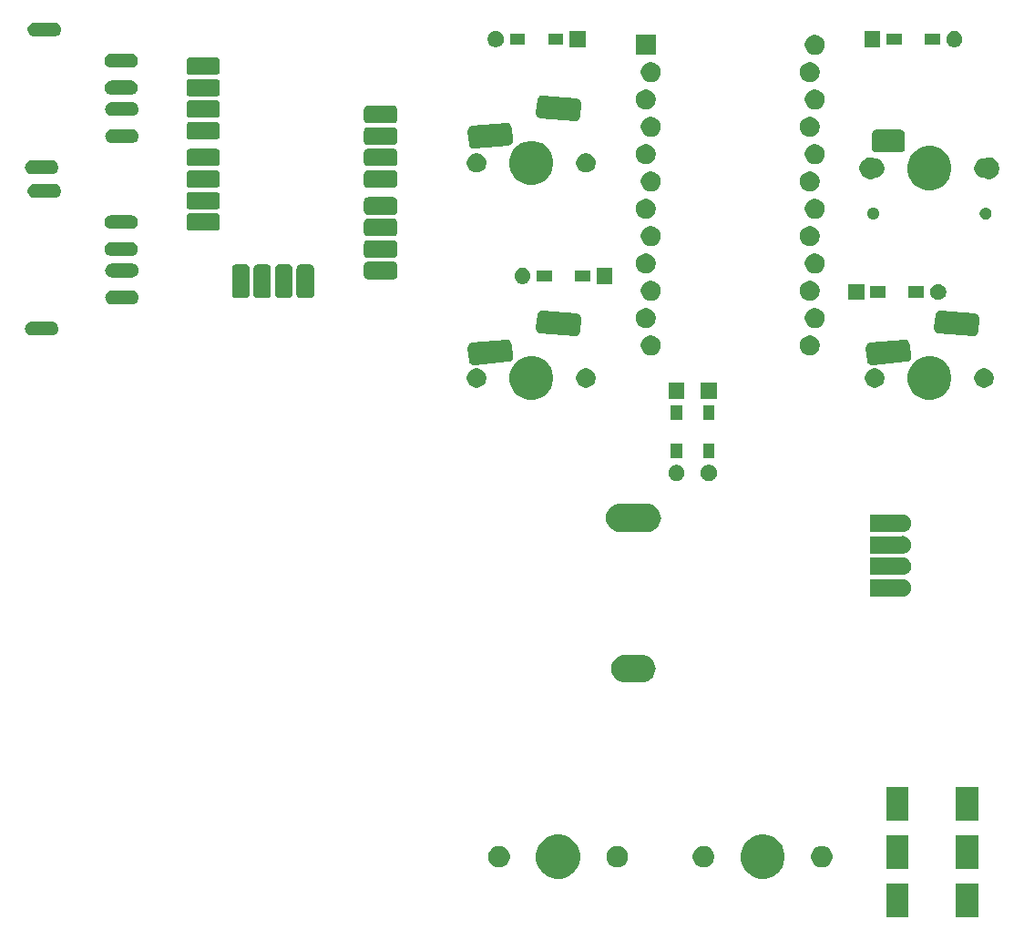
<source format=gbr>
G04 #@! TF.GenerationSoftware,KiCad,Pcbnew,(5.1.2)-2*
G04 #@! TF.CreationDate,2019-07-15T17:49:32+09:00*
G04 #@! TF.ProjectId,meishi,6d656973-6869-42e6-9b69-6361645f7063,rev?*
G04 #@! TF.SameCoordinates,Original*
G04 #@! TF.FileFunction,Soldermask,Top*
G04 #@! TF.FilePolarity,Negative*
%FSLAX46Y46*%
G04 Gerber Fmt 4.6, Leading zero omitted, Abs format (unit mm)*
G04 Created by KiCad (PCBNEW (5.1.2)-2) date 2019-07-15 17:49:32*
%MOMM*%
%LPD*%
G04 APERTURE LIST*
%ADD10C,0.100000*%
G04 APERTURE END LIST*
D10*
G36*
X157551000Y-134606000D02*
G01*
X155449000Y-134606000D01*
X155449000Y-131504000D01*
X157551000Y-131504000D01*
X157551000Y-134606000D01*
X157551000Y-134606000D01*
G37*
G36*
X151076000Y-134606000D02*
G01*
X148974000Y-134606000D01*
X148974000Y-131504000D01*
X151076000Y-131504000D01*
X151076000Y-134606000D01*
X151076000Y-134606000D01*
G37*
G36*
X119098254Y-127027818D02*
G01*
X119471511Y-127182426D01*
X119471513Y-127182427D01*
X119807436Y-127406884D01*
X120093116Y-127692564D01*
X120317574Y-128028489D01*
X120472182Y-128401746D01*
X120551000Y-128797993D01*
X120551000Y-129202007D01*
X120472182Y-129598254D01*
X120321293Y-129962532D01*
X120317573Y-129971513D01*
X120093116Y-130307436D01*
X119807436Y-130593116D01*
X119471513Y-130817573D01*
X119471512Y-130817574D01*
X119471511Y-130817574D01*
X119098254Y-130972182D01*
X118702007Y-131051000D01*
X118297993Y-131051000D01*
X117901746Y-130972182D01*
X117528489Y-130817574D01*
X117528488Y-130817574D01*
X117528487Y-130817573D01*
X117192564Y-130593116D01*
X116906884Y-130307436D01*
X116682427Y-129971513D01*
X116678707Y-129962532D01*
X116527818Y-129598254D01*
X116449000Y-129202007D01*
X116449000Y-128797993D01*
X116527818Y-128401746D01*
X116682426Y-128028489D01*
X116906884Y-127692564D01*
X117192564Y-127406884D01*
X117528487Y-127182427D01*
X117528489Y-127182426D01*
X117901746Y-127027818D01*
X118297993Y-126949000D01*
X118702007Y-126949000D01*
X119098254Y-127027818D01*
X119098254Y-127027818D01*
G37*
G36*
X138098254Y-127027818D02*
G01*
X138471511Y-127182426D01*
X138471513Y-127182427D01*
X138807436Y-127406884D01*
X139093116Y-127692564D01*
X139317574Y-128028489D01*
X139472182Y-128401746D01*
X139551000Y-128797993D01*
X139551000Y-129202007D01*
X139472182Y-129598254D01*
X139321293Y-129962532D01*
X139317573Y-129971513D01*
X139093116Y-130307436D01*
X138807436Y-130593116D01*
X138471513Y-130817573D01*
X138471512Y-130817574D01*
X138471511Y-130817574D01*
X138098254Y-130972182D01*
X137702007Y-131051000D01*
X137297993Y-131051000D01*
X136901746Y-130972182D01*
X136528489Y-130817574D01*
X136528488Y-130817574D01*
X136528487Y-130817573D01*
X136192564Y-130593116D01*
X135906884Y-130307436D01*
X135682427Y-129971513D01*
X135678707Y-129962532D01*
X135527818Y-129598254D01*
X135449000Y-129202007D01*
X135449000Y-128797993D01*
X135527818Y-128401746D01*
X135682426Y-128028489D01*
X135906884Y-127692564D01*
X136192564Y-127406884D01*
X136528487Y-127182427D01*
X136528489Y-127182426D01*
X136901746Y-127027818D01*
X137297993Y-126949000D01*
X137702007Y-126949000D01*
X138098254Y-127027818D01*
X138098254Y-127027818D01*
G37*
G36*
X157551000Y-130106000D02*
G01*
X155449000Y-130106000D01*
X155449000Y-127004000D01*
X157551000Y-127004000D01*
X157551000Y-130106000D01*
X157551000Y-130106000D01*
G37*
G36*
X151076000Y-130106000D02*
G01*
X148974000Y-130106000D01*
X148974000Y-127004000D01*
X151076000Y-127004000D01*
X151076000Y-130106000D01*
X151076000Y-130106000D01*
G37*
G36*
X124195285Y-128018234D02*
G01*
X124291981Y-128037468D01*
X124474151Y-128112926D01*
X124638100Y-128222473D01*
X124777527Y-128361900D01*
X124887074Y-128525849D01*
X124962532Y-128708019D01*
X125001000Y-128901410D01*
X125001000Y-129098590D01*
X124962532Y-129291981D01*
X124887074Y-129474151D01*
X124777527Y-129638100D01*
X124638100Y-129777527D01*
X124474151Y-129887074D01*
X124291981Y-129962532D01*
X124098591Y-130001000D01*
X123901409Y-130001000D01*
X123708019Y-129962532D01*
X123525849Y-129887074D01*
X123361900Y-129777527D01*
X123222473Y-129638100D01*
X123112926Y-129474151D01*
X123037468Y-129291981D01*
X122999000Y-129098590D01*
X122999000Y-128901410D01*
X123037468Y-128708019D01*
X123112926Y-128525849D01*
X123222473Y-128361900D01*
X123361900Y-128222473D01*
X123525849Y-128112926D01*
X123708019Y-128037468D01*
X123804715Y-128018234D01*
X123901409Y-127999000D01*
X124098591Y-127999000D01*
X124195285Y-128018234D01*
X124195285Y-128018234D01*
G37*
G36*
X113195285Y-128018234D02*
G01*
X113291981Y-128037468D01*
X113474151Y-128112926D01*
X113638100Y-128222473D01*
X113777527Y-128361900D01*
X113887074Y-128525849D01*
X113962532Y-128708019D01*
X114001000Y-128901410D01*
X114001000Y-129098590D01*
X113962532Y-129291981D01*
X113887074Y-129474151D01*
X113777527Y-129638100D01*
X113638100Y-129777527D01*
X113474151Y-129887074D01*
X113291981Y-129962532D01*
X113098591Y-130001000D01*
X112901409Y-130001000D01*
X112708019Y-129962532D01*
X112525849Y-129887074D01*
X112361900Y-129777527D01*
X112222473Y-129638100D01*
X112112926Y-129474151D01*
X112037468Y-129291981D01*
X111999000Y-129098590D01*
X111999000Y-128901410D01*
X112037468Y-128708019D01*
X112112926Y-128525849D01*
X112222473Y-128361900D01*
X112361900Y-128222473D01*
X112525849Y-128112926D01*
X112708019Y-128037468D01*
X112804715Y-128018234D01*
X112901409Y-127999000D01*
X113098591Y-127999000D01*
X113195285Y-128018234D01*
X113195285Y-128018234D01*
G37*
G36*
X143195285Y-128018234D02*
G01*
X143291981Y-128037468D01*
X143474151Y-128112926D01*
X143638100Y-128222473D01*
X143777527Y-128361900D01*
X143887074Y-128525849D01*
X143962532Y-128708019D01*
X144001000Y-128901410D01*
X144001000Y-129098590D01*
X143962532Y-129291981D01*
X143887074Y-129474151D01*
X143777527Y-129638100D01*
X143638100Y-129777527D01*
X143474151Y-129887074D01*
X143291981Y-129962532D01*
X143098591Y-130001000D01*
X142901409Y-130001000D01*
X142708019Y-129962532D01*
X142525849Y-129887074D01*
X142361900Y-129777527D01*
X142222473Y-129638100D01*
X142112926Y-129474151D01*
X142037468Y-129291981D01*
X141999000Y-129098590D01*
X141999000Y-128901410D01*
X142037468Y-128708019D01*
X142112926Y-128525849D01*
X142222473Y-128361900D01*
X142361900Y-128222473D01*
X142525849Y-128112926D01*
X142708019Y-128037468D01*
X142804715Y-128018234D01*
X142901409Y-127999000D01*
X143098591Y-127999000D01*
X143195285Y-128018234D01*
X143195285Y-128018234D01*
G37*
G36*
X132195285Y-128018234D02*
G01*
X132291981Y-128037468D01*
X132474151Y-128112926D01*
X132638100Y-128222473D01*
X132777527Y-128361900D01*
X132887074Y-128525849D01*
X132962532Y-128708019D01*
X133001000Y-128901410D01*
X133001000Y-129098590D01*
X132962532Y-129291981D01*
X132887074Y-129474151D01*
X132777527Y-129638100D01*
X132638100Y-129777527D01*
X132474151Y-129887074D01*
X132291981Y-129962532D01*
X132098591Y-130001000D01*
X131901409Y-130001000D01*
X131708019Y-129962532D01*
X131525849Y-129887074D01*
X131361900Y-129777527D01*
X131222473Y-129638100D01*
X131112926Y-129474151D01*
X131037468Y-129291981D01*
X130999000Y-129098590D01*
X130999000Y-128901410D01*
X131037468Y-128708019D01*
X131112926Y-128525849D01*
X131222473Y-128361900D01*
X131361900Y-128222473D01*
X131525849Y-128112926D01*
X131708019Y-128037468D01*
X131804715Y-128018234D01*
X131901409Y-127999000D01*
X132098591Y-127999000D01*
X132195285Y-128018234D01*
X132195285Y-128018234D01*
G37*
G36*
X151076000Y-125606000D02*
G01*
X148974000Y-125606000D01*
X148974000Y-122504000D01*
X151076000Y-122504000D01*
X151076000Y-125606000D01*
X151076000Y-125606000D01*
G37*
G36*
X157551000Y-125606000D02*
G01*
X155449000Y-125606000D01*
X155449000Y-122504000D01*
X157551000Y-122504000D01*
X157551000Y-125606000D01*
X157551000Y-125606000D01*
G37*
G36*
X126409473Y-110208413D02*
G01*
X126505040Y-110217825D01*
X126750280Y-110292218D01*
X126976294Y-110413025D01*
X127027899Y-110455376D01*
X127174397Y-110575603D01*
X127294624Y-110722101D01*
X127336975Y-110773706D01*
X127457782Y-110999720D01*
X127532175Y-111244960D01*
X127557294Y-111500000D01*
X127532175Y-111755040D01*
X127457782Y-112000280D01*
X127336975Y-112226294D01*
X127294624Y-112277899D01*
X127174397Y-112424397D01*
X127027899Y-112544624D01*
X126976294Y-112586975D01*
X126750280Y-112707782D01*
X126505040Y-112782175D01*
X126409472Y-112791588D01*
X126313906Y-112801000D01*
X124686094Y-112801000D01*
X124590528Y-112791588D01*
X124494960Y-112782175D01*
X124249720Y-112707782D01*
X124023706Y-112586975D01*
X123972101Y-112544624D01*
X123825603Y-112424397D01*
X123705376Y-112277899D01*
X123663025Y-112226294D01*
X123542218Y-112000280D01*
X123467825Y-111755040D01*
X123442706Y-111500000D01*
X123467825Y-111244960D01*
X123542218Y-110999720D01*
X123663025Y-110773706D01*
X123705376Y-110722101D01*
X123825603Y-110575603D01*
X123972101Y-110455376D01*
X124023706Y-110413025D01*
X124249720Y-110292218D01*
X124494960Y-110217825D01*
X124590527Y-110208413D01*
X124686094Y-110199000D01*
X126313906Y-110199000D01*
X126409473Y-110208413D01*
X126409473Y-110208413D01*
G37*
G36*
X150628328Y-103196598D02*
G01*
X150640198Y-103197767D01*
X150651614Y-103201230D01*
X150737142Y-103218242D01*
X150885101Y-103279529D01*
X151018255Y-103368499D01*
X151131501Y-103481745D01*
X151220471Y-103614899D01*
X151281758Y-103762858D01*
X151313000Y-103919925D01*
X151313000Y-104080075D01*
X151281758Y-104237142D01*
X151220471Y-104385101D01*
X151131501Y-104518255D01*
X151018255Y-104631501D01*
X150885101Y-104720471D01*
X150737142Y-104781758D01*
X150651614Y-104798770D01*
X150640199Y-104802233D01*
X150628328Y-104803402D01*
X150580075Y-104813000D01*
X150419925Y-104813000D01*
X150371672Y-104803402D01*
X150347286Y-104801000D01*
X147449000Y-104801000D01*
X147449000Y-103199000D01*
X150347286Y-103199000D01*
X150371672Y-103196598D01*
X150419925Y-103187000D01*
X150580075Y-103187000D01*
X150628328Y-103196598D01*
X150628328Y-103196598D01*
G37*
G36*
X150628328Y-101196598D02*
G01*
X150640198Y-101197767D01*
X150651614Y-101201230D01*
X150737142Y-101218242D01*
X150885101Y-101279529D01*
X151018255Y-101368499D01*
X151131501Y-101481745D01*
X151220471Y-101614899D01*
X151281758Y-101762858D01*
X151313000Y-101919925D01*
X151313000Y-102080075D01*
X151281758Y-102237142D01*
X151220471Y-102385101D01*
X151131501Y-102518255D01*
X151018255Y-102631501D01*
X150885101Y-102720471D01*
X150737142Y-102781758D01*
X150651614Y-102798770D01*
X150640199Y-102802233D01*
X150628328Y-102803402D01*
X150580075Y-102813000D01*
X150419925Y-102813000D01*
X150371672Y-102803402D01*
X150347286Y-102801000D01*
X147449000Y-102801000D01*
X147449000Y-101199000D01*
X150347286Y-101199000D01*
X150371672Y-101196598D01*
X150419925Y-101187000D01*
X150580075Y-101187000D01*
X150628328Y-101196598D01*
X150628328Y-101196598D01*
G37*
G36*
X150628328Y-99196598D02*
G01*
X150640198Y-99197767D01*
X150651614Y-99201230D01*
X150737142Y-99218242D01*
X150885101Y-99279529D01*
X151018255Y-99368499D01*
X151131501Y-99481745D01*
X151220471Y-99614899D01*
X151281758Y-99762858D01*
X151313000Y-99919925D01*
X151313000Y-100080075D01*
X151281758Y-100237142D01*
X151220471Y-100385101D01*
X151131501Y-100518255D01*
X151018255Y-100631501D01*
X150885101Y-100720471D01*
X150737142Y-100781758D01*
X150651614Y-100798770D01*
X150640199Y-100802233D01*
X150628328Y-100803402D01*
X150580075Y-100813000D01*
X150419925Y-100813000D01*
X150371672Y-100803402D01*
X150347286Y-100801000D01*
X147449000Y-100801000D01*
X147449000Y-99199000D01*
X150347286Y-99199000D01*
X150371672Y-99196598D01*
X150419925Y-99187000D01*
X150580075Y-99187000D01*
X150628328Y-99196598D01*
X150628328Y-99196598D01*
G37*
G36*
X150628328Y-97196598D02*
G01*
X150640198Y-97197767D01*
X150651614Y-97201230D01*
X150737142Y-97218242D01*
X150885101Y-97279529D01*
X151018255Y-97368499D01*
X151131501Y-97481745D01*
X151220471Y-97614899D01*
X151281758Y-97762858D01*
X151313000Y-97919925D01*
X151313000Y-98080075D01*
X151281758Y-98237142D01*
X151220471Y-98385101D01*
X151131501Y-98518255D01*
X151018255Y-98631501D01*
X150885101Y-98720471D01*
X150737142Y-98781758D01*
X150651614Y-98798770D01*
X150640199Y-98802233D01*
X150628328Y-98803402D01*
X150580075Y-98813000D01*
X150419925Y-98813000D01*
X150371672Y-98803402D01*
X150347286Y-98801000D01*
X147449000Y-98801000D01*
X147449000Y-97199000D01*
X150347286Y-97199000D01*
X150371672Y-97196598D01*
X150419925Y-97187000D01*
X150580075Y-97187000D01*
X150628328Y-97196598D01*
X150628328Y-97196598D01*
G37*
G36*
X126909472Y-96208412D02*
G01*
X127005040Y-96217825D01*
X127250280Y-96292218D01*
X127476294Y-96413025D01*
X127527899Y-96455376D01*
X127674397Y-96575603D01*
X127794624Y-96722101D01*
X127836975Y-96773706D01*
X127957782Y-96999720D01*
X128032175Y-97244960D01*
X128057294Y-97500000D01*
X128032175Y-97755040D01*
X127957782Y-98000280D01*
X127836975Y-98226294D01*
X127828072Y-98237142D01*
X127674397Y-98424397D01*
X127560027Y-98518257D01*
X127476294Y-98586975D01*
X127250280Y-98707782D01*
X127005040Y-98782175D01*
X126909472Y-98791588D01*
X126813906Y-98801000D01*
X124186094Y-98801000D01*
X124090528Y-98791588D01*
X123994960Y-98782175D01*
X123749720Y-98707782D01*
X123523706Y-98586975D01*
X123439973Y-98518257D01*
X123325603Y-98424397D01*
X123171928Y-98237142D01*
X123163025Y-98226294D01*
X123042218Y-98000280D01*
X122967825Y-97755040D01*
X122942706Y-97500000D01*
X122967825Y-97244960D01*
X123042218Y-96999720D01*
X123163025Y-96773706D01*
X123205376Y-96722101D01*
X123325603Y-96575603D01*
X123472101Y-96455376D01*
X123523706Y-96413025D01*
X123749720Y-96292218D01*
X123994960Y-96217825D01*
X124090527Y-96208413D01*
X124186094Y-96199000D01*
X126813906Y-96199000D01*
X126909472Y-96208412D01*
X126909472Y-96208412D01*
G37*
G36*
X129594425Y-92564599D02*
G01*
X129718621Y-92589302D01*
X129855022Y-92645801D01*
X129977779Y-92727825D01*
X130082175Y-92832221D01*
X130164199Y-92954978D01*
X130220698Y-93091379D01*
X130249500Y-93236181D01*
X130249500Y-93383819D01*
X130220698Y-93528621D01*
X130164199Y-93665022D01*
X130082175Y-93787779D01*
X129977779Y-93892175D01*
X129855022Y-93974199D01*
X129718621Y-94030698D01*
X129594425Y-94055401D01*
X129573820Y-94059500D01*
X129426180Y-94059500D01*
X129405575Y-94055401D01*
X129281379Y-94030698D01*
X129144978Y-93974199D01*
X129022221Y-93892175D01*
X128917825Y-93787779D01*
X128835801Y-93665022D01*
X128779302Y-93528621D01*
X128750500Y-93383819D01*
X128750500Y-93236181D01*
X128779302Y-93091379D01*
X128835801Y-92954978D01*
X128917825Y-92832221D01*
X129022221Y-92727825D01*
X129144978Y-92645801D01*
X129281379Y-92589302D01*
X129405575Y-92564599D01*
X129426180Y-92560500D01*
X129573820Y-92560500D01*
X129594425Y-92564599D01*
X129594425Y-92564599D01*
G37*
G36*
X132594425Y-92564599D02*
G01*
X132718621Y-92589302D01*
X132855022Y-92645801D01*
X132977779Y-92727825D01*
X133082175Y-92832221D01*
X133164199Y-92954978D01*
X133220698Y-93091379D01*
X133249500Y-93236181D01*
X133249500Y-93383819D01*
X133220698Y-93528621D01*
X133164199Y-93665022D01*
X133082175Y-93787779D01*
X132977779Y-93892175D01*
X132855022Y-93974199D01*
X132718621Y-94030698D01*
X132594425Y-94055401D01*
X132573820Y-94059500D01*
X132426180Y-94059500D01*
X132405575Y-94055401D01*
X132281379Y-94030698D01*
X132144978Y-93974199D01*
X132022221Y-93892175D01*
X131917825Y-93787779D01*
X131835801Y-93665022D01*
X131779302Y-93528621D01*
X131750500Y-93383819D01*
X131750500Y-93236181D01*
X131779302Y-93091379D01*
X131835801Y-92954978D01*
X131917825Y-92832221D01*
X132022221Y-92727825D01*
X132144978Y-92645801D01*
X132281379Y-92589302D01*
X132405575Y-92564599D01*
X132426180Y-92560500D01*
X132573820Y-92560500D01*
X132594425Y-92564599D01*
X132594425Y-92564599D01*
G37*
G36*
X130026000Y-91976000D02*
G01*
X128974000Y-91976000D01*
X128974000Y-90574000D01*
X130026000Y-90574000D01*
X130026000Y-91976000D01*
X130026000Y-91976000D01*
G37*
G36*
X133026000Y-91976000D02*
G01*
X131974000Y-91976000D01*
X131974000Y-90574000D01*
X133026000Y-90574000D01*
X133026000Y-91976000D01*
X133026000Y-91976000D01*
G37*
G36*
X130026000Y-88426000D02*
G01*
X128974000Y-88426000D01*
X128974000Y-87024000D01*
X130026000Y-87024000D01*
X130026000Y-88426000D01*
X130026000Y-88426000D01*
G37*
G36*
X133026000Y-88426000D02*
G01*
X131974000Y-88426000D01*
X131974000Y-87024000D01*
X133026000Y-87024000D01*
X133026000Y-88426000D01*
X133026000Y-88426000D01*
G37*
G36*
X153598254Y-82527818D02*
G01*
X153889763Y-82648565D01*
X153971513Y-82682427D01*
X154307436Y-82906884D01*
X154593116Y-83192564D01*
X154651510Y-83279956D01*
X154817574Y-83528489D01*
X154972182Y-83901746D01*
X155051000Y-84297993D01*
X155051000Y-84702007D01*
X154972182Y-85098254D01*
X154817574Y-85471511D01*
X154817573Y-85471513D01*
X154593116Y-85807436D01*
X154307436Y-86093116D01*
X153971513Y-86317573D01*
X153971512Y-86317574D01*
X153971511Y-86317574D01*
X153598254Y-86472182D01*
X153202007Y-86551000D01*
X152797993Y-86551000D01*
X152401746Y-86472182D01*
X152028489Y-86317574D01*
X152028488Y-86317574D01*
X152028487Y-86317573D01*
X151692564Y-86093116D01*
X151406884Y-85807436D01*
X151182427Y-85471513D01*
X151182426Y-85471511D01*
X151027818Y-85098254D01*
X150949000Y-84702007D01*
X150949000Y-84297993D01*
X151027818Y-83901746D01*
X151182426Y-83528489D01*
X151348491Y-83279956D01*
X151406884Y-83192564D01*
X151692564Y-82906884D01*
X152028487Y-82682427D01*
X152110237Y-82648565D01*
X152401746Y-82527818D01*
X152797993Y-82449000D01*
X153202007Y-82449000D01*
X153598254Y-82527818D01*
X153598254Y-82527818D01*
G37*
G36*
X116598254Y-82527818D02*
G01*
X116889763Y-82648565D01*
X116971513Y-82682427D01*
X117307436Y-82906884D01*
X117593116Y-83192564D01*
X117651510Y-83279956D01*
X117817574Y-83528489D01*
X117972182Y-83901746D01*
X118051000Y-84297993D01*
X118051000Y-84702007D01*
X117972182Y-85098254D01*
X117817574Y-85471511D01*
X117817573Y-85471513D01*
X117593116Y-85807436D01*
X117307436Y-86093116D01*
X116971513Y-86317573D01*
X116971512Y-86317574D01*
X116971511Y-86317574D01*
X116598254Y-86472182D01*
X116202007Y-86551000D01*
X115797993Y-86551000D01*
X115401746Y-86472182D01*
X115028489Y-86317574D01*
X115028488Y-86317574D01*
X115028487Y-86317573D01*
X114692564Y-86093116D01*
X114406884Y-85807436D01*
X114182427Y-85471513D01*
X114182426Y-85471511D01*
X114027818Y-85098254D01*
X113949000Y-84702007D01*
X113949000Y-84297993D01*
X114027818Y-83901746D01*
X114182426Y-83528489D01*
X114348491Y-83279956D01*
X114406884Y-83192564D01*
X114692564Y-82906884D01*
X115028487Y-82682427D01*
X115110237Y-82648565D01*
X115401746Y-82527818D01*
X115797993Y-82449000D01*
X116202007Y-82449000D01*
X116598254Y-82527818D01*
X116598254Y-82527818D01*
G37*
G36*
X130249500Y-86439500D02*
G01*
X128750500Y-86439500D01*
X128750500Y-84940500D01*
X130249500Y-84940500D01*
X130249500Y-86439500D01*
X130249500Y-86439500D01*
G37*
G36*
X133249500Y-86439500D02*
G01*
X131750500Y-86439500D01*
X131750500Y-84940500D01*
X133249500Y-84940500D01*
X133249500Y-86439500D01*
X133249500Y-86439500D01*
G37*
G36*
X121193512Y-83603927D02*
G01*
X121342812Y-83633624D01*
X121506784Y-83701544D01*
X121654354Y-83800147D01*
X121779853Y-83925646D01*
X121878456Y-84073216D01*
X121946376Y-84237188D01*
X121981000Y-84411259D01*
X121981000Y-84588741D01*
X121946376Y-84762812D01*
X121878456Y-84926784D01*
X121779853Y-85074354D01*
X121654354Y-85199853D01*
X121506784Y-85298456D01*
X121342812Y-85366376D01*
X121193512Y-85396073D01*
X121168742Y-85401000D01*
X120991258Y-85401000D01*
X120966488Y-85396073D01*
X120817188Y-85366376D01*
X120653216Y-85298456D01*
X120505646Y-85199853D01*
X120380147Y-85074354D01*
X120281544Y-84926784D01*
X120213624Y-84762812D01*
X120179000Y-84588741D01*
X120179000Y-84411259D01*
X120213624Y-84237188D01*
X120281544Y-84073216D01*
X120380147Y-83925646D01*
X120505646Y-83800147D01*
X120653216Y-83701544D01*
X120817188Y-83633624D01*
X120966488Y-83603927D01*
X120991258Y-83599000D01*
X121168742Y-83599000D01*
X121193512Y-83603927D01*
X121193512Y-83603927D01*
G37*
G36*
X148033512Y-83603927D02*
G01*
X148182812Y-83633624D01*
X148346784Y-83701544D01*
X148494354Y-83800147D01*
X148619853Y-83925646D01*
X148718456Y-84073216D01*
X148786376Y-84237188D01*
X148821000Y-84411259D01*
X148821000Y-84588741D01*
X148786376Y-84762812D01*
X148718456Y-84926784D01*
X148619853Y-85074354D01*
X148494354Y-85199853D01*
X148346784Y-85298456D01*
X148182812Y-85366376D01*
X148033512Y-85396073D01*
X148008742Y-85401000D01*
X147831258Y-85401000D01*
X147806488Y-85396073D01*
X147657188Y-85366376D01*
X147493216Y-85298456D01*
X147345646Y-85199853D01*
X147220147Y-85074354D01*
X147121544Y-84926784D01*
X147053624Y-84762812D01*
X147019000Y-84588741D01*
X147019000Y-84411259D01*
X147053624Y-84237188D01*
X147121544Y-84073216D01*
X147220147Y-83925646D01*
X147345646Y-83800147D01*
X147493216Y-83701544D01*
X147657188Y-83633624D01*
X147806488Y-83603927D01*
X147831258Y-83599000D01*
X148008742Y-83599000D01*
X148033512Y-83603927D01*
X148033512Y-83603927D01*
G37*
G36*
X158193512Y-83603927D02*
G01*
X158342812Y-83633624D01*
X158506784Y-83701544D01*
X158654354Y-83800147D01*
X158779853Y-83925646D01*
X158878456Y-84073216D01*
X158946376Y-84237188D01*
X158981000Y-84411259D01*
X158981000Y-84588741D01*
X158946376Y-84762812D01*
X158878456Y-84926784D01*
X158779853Y-85074354D01*
X158654354Y-85199853D01*
X158506784Y-85298456D01*
X158342812Y-85366376D01*
X158193512Y-85396073D01*
X158168742Y-85401000D01*
X157991258Y-85401000D01*
X157966488Y-85396073D01*
X157817188Y-85366376D01*
X157653216Y-85298456D01*
X157505646Y-85199853D01*
X157380147Y-85074354D01*
X157281544Y-84926784D01*
X157213624Y-84762812D01*
X157179000Y-84588741D01*
X157179000Y-84411259D01*
X157213624Y-84237188D01*
X157281544Y-84073216D01*
X157380147Y-83925646D01*
X157505646Y-83800147D01*
X157653216Y-83701544D01*
X157817188Y-83633624D01*
X157966488Y-83603927D01*
X157991258Y-83599000D01*
X158168742Y-83599000D01*
X158193512Y-83603927D01*
X158193512Y-83603927D01*
G37*
G36*
X111033512Y-83603927D02*
G01*
X111182812Y-83633624D01*
X111346784Y-83701544D01*
X111494354Y-83800147D01*
X111619853Y-83925646D01*
X111718456Y-84073216D01*
X111786376Y-84237188D01*
X111821000Y-84411259D01*
X111821000Y-84588741D01*
X111786376Y-84762812D01*
X111718456Y-84926784D01*
X111619853Y-85074354D01*
X111494354Y-85199853D01*
X111346784Y-85298456D01*
X111182812Y-85366376D01*
X111033512Y-85396073D01*
X111008742Y-85401000D01*
X110831258Y-85401000D01*
X110806488Y-85396073D01*
X110657188Y-85366376D01*
X110493216Y-85298456D01*
X110345646Y-85199853D01*
X110220147Y-85074354D01*
X110121544Y-84926784D01*
X110053624Y-84762812D01*
X110019000Y-84588741D01*
X110019000Y-84411259D01*
X110053624Y-84237188D01*
X110121544Y-84073216D01*
X110220147Y-83925646D01*
X110345646Y-83800147D01*
X110493216Y-83701544D01*
X110657188Y-83633624D01*
X110806488Y-83603927D01*
X110831258Y-83599000D01*
X111008742Y-83599000D01*
X111033512Y-83603927D01*
X111033512Y-83603927D01*
G37*
G36*
X113771053Y-80916188D02*
G01*
X113859754Y-80934839D01*
X113943116Y-80970440D01*
X114017935Y-81021622D01*
X114081324Y-81086409D01*
X114130859Y-81162323D01*
X114164632Y-81246442D01*
X114182484Y-81341603D01*
X114283907Y-82500881D01*
X114282851Y-82597702D01*
X114264200Y-82686403D01*
X114228598Y-82769768D01*
X114177422Y-82844579D01*
X114112629Y-82907973D01*
X114036713Y-82957510D01*
X113952598Y-82991281D01*
X113857437Y-83009133D01*
X110705769Y-83284868D01*
X110608947Y-83283812D01*
X110520246Y-83265161D01*
X110436884Y-83229560D01*
X110362065Y-83178378D01*
X110298676Y-83113591D01*
X110249141Y-83037677D01*
X110215368Y-82953558D01*
X110197516Y-82858397D01*
X110096093Y-81699119D01*
X110097149Y-81602298D01*
X110115800Y-81513597D01*
X110151402Y-81430232D01*
X110202578Y-81355421D01*
X110267371Y-81292027D01*
X110343287Y-81242490D01*
X110427402Y-81208719D01*
X110522563Y-81190867D01*
X113674231Y-80915132D01*
X113771053Y-80916188D01*
X113771053Y-80916188D01*
G37*
G36*
X150771053Y-80916188D02*
G01*
X150859754Y-80934839D01*
X150943116Y-80970440D01*
X151017935Y-81021622D01*
X151081324Y-81086409D01*
X151130859Y-81162323D01*
X151164632Y-81246442D01*
X151182484Y-81341603D01*
X151283907Y-82500881D01*
X151282851Y-82597702D01*
X151264200Y-82686403D01*
X151228598Y-82769768D01*
X151177422Y-82844579D01*
X151112629Y-82907973D01*
X151036713Y-82957510D01*
X150952598Y-82991281D01*
X150857437Y-83009133D01*
X147705769Y-83284868D01*
X147608947Y-83283812D01*
X147520246Y-83265161D01*
X147436884Y-83229560D01*
X147362065Y-83178378D01*
X147298676Y-83113591D01*
X147249141Y-83037677D01*
X147215368Y-82953558D01*
X147197516Y-82858397D01*
X147096093Y-81699119D01*
X147097149Y-81602298D01*
X147115800Y-81513597D01*
X147151402Y-81430232D01*
X147202578Y-81355421D01*
X147267371Y-81292027D01*
X147343287Y-81242490D01*
X147427402Y-81208719D01*
X147522563Y-81190867D01*
X150674231Y-80915132D01*
X150771053Y-80916188D01*
X150771053Y-80916188D01*
G37*
G36*
X142161883Y-80578335D02*
G01*
X142330640Y-80648236D01*
X142482518Y-80749718D01*
X142611682Y-80878882D01*
X142713164Y-81030760D01*
X142783065Y-81199517D01*
X142818700Y-81378668D01*
X142818700Y-81561332D01*
X142783065Y-81740483D01*
X142713164Y-81909240D01*
X142611682Y-82061118D01*
X142482518Y-82190282D01*
X142330640Y-82291764D01*
X142161883Y-82361665D01*
X141982732Y-82397300D01*
X141800068Y-82397300D01*
X141620917Y-82361665D01*
X141452160Y-82291764D01*
X141300282Y-82190282D01*
X141171118Y-82061118D01*
X141069636Y-81909240D01*
X140999735Y-81740483D01*
X140964100Y-81561332D01*
X140964100Y-81378668D01*
X140999735Y-81199517D01*
X141069636Y-81030760D01*
X141171118Y-80878882D01*
X141300282Y-80749718D01*
X141452160Y-80648236D01*
X141620917Y-80578335D01*
X141800068Y-80542700D01*
X141982732Y-80542700D01*
X142161883Y-80578335D01*
X142161883Y-80578335D01*
G37*
G36*
X127379083Y-80578335D02*
G01*
X127547840Y-80648236D01*
X127699718Y-80749718D01*
X127828882Y-80878882D01*
X127930364Y-81030760D01*
X128000265Y-81199517D01*
X128035900Y-81378668D01*
X128035900Y-81561332D01*
X128000265Y-81740483D01*
X127930364Y-81909240D01*
X127828882Y-82061118D01*
X127699718Y-82190282D01*
X127547840Y-82291764D01*
X127379083Y-82361665D01*
X127199932Y-82397300D01*
X127017268Y-82397300D01*
X126838117Y-82361665D01*
X126669360Y-82291764D01*
X126517482Y-82190282D01*
X126388318Y-82061118D01*
X126286836Y-81909240D01*
X126216935Y-81740483D01*
X126181300Y-81561332D01*
X126181300Y-81378668D01*
X126216935Y-81199517D01*
X126286836Y-81030760D01*
X126388318Y-80878882D01*
X126517482Y-80749718D01*
X126669360Y-80648236D01*
X126838117Y-80578335D01*
X127017268Y-80542700D01*
X127199932Y-80542700D01*
X127379083Y-80578335D01*
X127379083Y-80578335D01*
G37*
G36*
X120207437Y-78510867D02*
G01*
X120302597Y-78528719D01*
X120386716Y-78562492D01*
X120462630Y-78612027D01*
X120527417Y-78675416D01*
X120578599Y-78750235D01*
X120614200Y-78833597D01*
X120632851Y-78922298D01*
X120633907Y-79019119D01*
X120532484Y-80178397D01*
X120514632Y-80273559D01*
X120480861Y-80357674D01*
X120431324Y-80433590D01*
X120367930Y-80498383D01*
X120293119Y-80549559D01*
X120209754Y-80585161D01*
X120121053Y-80603812D01*
X120024231Y-80604868D01*
X116872563Y-80329133D01*
X116777403Y-80311281D01*
X116693284Y-80277508D01*
X116617370Y-80227973D01*
X116552583Y-80164584D01*
X116501401Y-80089765D01*
X116465800Y-80006403D01*
X116447149Y-79917702D01*
X116446093Y-79820881D01*
X116547516Y-78661603D01*
X116565368Y-78566441D01*
X116599139Y-78482326D01*
X116648676Y-78406410D01*
X116712070Y-78341617D01*
X116786881Y-78290441D01*
X116870246Y-78254839D01*
X116958947Y-78236188D01*
X117055769Y-78235132D01*
X120207437Y-78510867D01*
X120207437Y-78510867D01*
G37*
G36*
X157207437Y-78510867D02*
G01*
X157302597Y-78528719D01*
X157386716Y-78562492D01*
X157462630Y-78612027D01*
X157527417Y-78675416D01*
X157578599Y-78750235D01*
X157614200Y-78833597D01*
X157632851Y-78922298D01*
X157633907Y-79019119D01*
X157532484Y-80178397D01*
X157514632Y-80273559D01*
X157480861Y-80357674D01*
X157431324Y-80433590D01*
X157367930Y-80498383D01*
X157293119Y-80549559D01*
X157209754Y-80585161D01*
X157121053Y-80603812D01*
X157024231Y-80604868D01*
X153872563Y-80329133D01*
X153777403Y-80311281D01*
X153693284Y-80277508D01*
X153617370Y-80227973D01*
X153552583Y-80164584D01*
X153501401Y-80089765D01*
X153465800Y-80006403D01*
X153447149Y-79917702D01*
X153446093Y-79820881D01*
X153547516Y-78661603D01*
X153565368Y-78566441D01*
X153599139Y-78482326D01*
X153648676Y-78406410D01*
X153712070Y-78341617D01*
X153786881Y-78290441D01*
X153870246Y-78254839D01*
X153958947Y-78236188D01*
X154055769Y-78235132D01*
X157207437Y-78510867D01*
X157207437Y-78510867D01*
G37*
G36*
X71463855Y-79252140D02*
G01*
X71527618Y-79258420D01*
X71618404Y-79285960D01*
X71650336Y-79295646D01*
X71763425Y-79356094D01*
X71862554Y-79437446D01*
X71943906Y-79536575D01*
X72004354Y-79649664D01*
X72004355Y-79649668D01*
X72041580Y-79772382D01*
X72054149Y-79900000D01*
X72041580Y-80027618D01*
X72022728Y-80089765D01*
X72004354Y-80150336D01*
X71943906Y-80263425D01*
X71862554Y-80362554D01*
X71763425Y-80443906D01*
X71650336Y-80504354D01*
X71618404Y-80514040D01*
X71527618Y-80541580D01*
X71463855Y-80547860D01*
X71431974Y-80551000D01*
X69568026Y-80551000D01*
X69536145Y-80547860D01*
X69472382Y-80541580D01*
X69381596Y-80514040D01*
X69349664Y-80504354D01*
X69236575Y-80443906D01*
X69137446Y-80362554D01*
X69056094Y-80263425D01*
X68995646Y-80150336D01*
X68977272Y-80089765D01*
X68958420Y-80027618D01*
X68945851Y-79900000D01*
X68958420Y-79772382D01*
X68995645Y-79649668D01*
X68995646Y-79649664D01*
X69056094Y-79536575D01*
X69137446Y-79437446D01*
X69236575Y-79356094D01*
X69349664Y-79295646D01*
X69381596Y-79285960D01*
X69472382Y-79258420D01*
X69536145Y-79252140D01*
X69568026Y-79249000D01*
X71431974Y-79249000D01*
X71463855Y-79252140D01*
X71463855Y-79252140D01*
G37*
G36*
X126921883Y-78038335D02*
G01*
X127090640Y-78108236D01*
X127242518Y-78209718D01*
X127371682Y-78338882D01*
X127473164Y-78490760D01*
X127543065Y-78659517D01*
X127578700Y-78838668D01*
X127578700Y-79021332D01*
X127543065Y-79200483D01*
X127473164Y-79369240D01*
X127371682Y-79521118D01*
X127242518Y-79650282D01*
X127090640Y-79751764D01*
X126921883Y-79821665D01*
X126742732Y-79857300D01*
X126560068Y-79857300D01*
X126380917Y-79821665D01*
X126212160Y-79751764D01*
X126060282Y-79650282D01*
X125931118Y-79521118D01*
X125829636Y-79369240D01*
X125759735Y-79200483D01*
X125724100Y-79021332D01*
X125724100Y-78838668D01*
X125759735Y-78659517D01*
X125829636Y-78490760D01*
X125931118Y-78338882D01*
X126060282Y-78209718D01*
X126212160Y-78108236D01*
X126380917Y-78038335D01*
X126560068Y-78002700D01*
X126742732Y-78002700D01*
X126921883Y-78038335D01*
X126921883Y-78038335D01*
G37*
G36*
X142619083Y-78038335D02*
G01*
X142787840Y-78108236D01*
X142939718Y-78209718D01*
X143068882Y-78338882D01*
X143170364Y-78490760D01*
X143240265Y-78659517D01*
X143275900Y-78838668D01*
X143275900Y-79021332D01*
X143240265Y-79200483D01*
X143170364Y-79369240D01*
X143068882Y-79521118D01*
X142939718Y-79650282D01*
X142787840Y-79751764D01*
X142619083Y-79821665D01*
X142439932Y-79857300D01*
X142257268Y-79857300D01*
X142078117Y-79821665D01*
X141909360Y-79751764D01*
X141757482Y-79650282D01*
X141628318Y-79521118D01*
X141526836Y-79369240D01*
X141456935Y-79200483D01*
X141421300Y-79021332D01*
X141421300Y-78838668D01*
X141456935Y-78659517D01*
X141526836Y-78490760D01*
X141628318Y-78338882D01*
X141757482Y-78209718D01*
X141909360Y-78108236D01*
X142078117Y-78038335D01*
X142257268Y-78002700D01*
X142439932Y-78002700D01*
X142619083Y-78038335D01*
X142619083Y-78038335D01*
G37*
G36*
X78913855Y-76352140D02*
G01*
X78977618Y-76358420D01*
X79068404Y-76385960D01*
X79100336Y-76395646D01*
X79213425Y-76456094D01*
X79312554Y-76537446D01*
X79393906Y-76636575D01*
X79454354Y-76749664D01*
X79454355Y-76749668D01*
X79491580Y-76872382D01*
X79504149Y-77000000D01*
X79491580Y-77127618D01*
X79464040Y-77218404D01*
X79454354Y-77250336D01*
X79393906Y-77363425D01*
X79312554Y-77462554D01*
X79213425Y-77543906D01*
X79100336Y-77604354D01*
X79068404Y-77614040D01*
X78977618Y-77641580D01*
X78913855Y-77647860D01*
X78881974Y-77651000D01*
X77018026Y-77651000D01*
X76986145Y-77647860D01*
X76922382Y-77641580D01*
X76831596Y-77614040D01*
X76799664Y-77604354D01*
X76686575Y-77543906D01*
X76587446Y-77462554D01*
X76506094Y-77363425D01*
X76445646Y-77250336D01*
X76435960Y-77218404D01*
X76408420Y-77127618D01*
X76395851Y-77000000D01*
X76408420Y-76872382D01*
X76445645Y-76749668D01*
X76445646Y-76749664D01*
X76506094Y-76636575D01*
X76587446Y-76537446D01*
X76686575Y-76456094D01*
X76799664Y-76395646D01*
X76831596Y-76385960D01*
X76922382Y-76358420D01*
X76986145Y-76352140D01*
X77018026Y-76349000D01*
X78881974Y-76349000D01*
X78913855Y-76352140D01*
X78913855Y-76352140D01*
G37*
G36*
X142161883Y-75498335D02*
G01*
X142330640Y-75568236D01*
X142482518Y-75669718D01*
X142611682Y-75798882D01*
X142713164Y-75950760D01*
X142783065Y-76119517D01*
X142818700Y-76298668D01*
X142818700Y-76481332D01*
X142783065Y-76660483D01*
X142713164Y-76829240D01*
X142611682Y-76981118D01*
X142482518Y-77110282D01*
X142330640Y-77211764D01*
X142161883Y-77281665D01*
X141982732Y-77317300D01*
X141800068Y-77317300D01*
X141620917Y-77281665D01*
X141452160Y-77211764D01*
X141300282Y-77110282D01*
X141171118Y-76981118D01*
X141069636Y-76829240D01*
X140999735Y-76660483D01*
X140964100Y-76481332D01*
X140964100Y-76298668D01*
X140999735Y-76119517D01*
X141069636Y-75950760D01*
X141171118Y-75798882D01*
X141300282Y-75669718D01*
X141452160Y-75568236D01*
X141620917Y-75498335D01*
X141800068Y-75462700D01*
X141982732Y-75462700D01*
X142161883Y-75498335D01*
X142161883Y-75498335D01*
G37*
G36*
X127379083Y-75498335D02*
G01*
X127547840Y-75568236D01*
X127699718Y-75669718D01*
X127828882Y-75798882D01*
X127930364Y-75950760D01*
X128000265Y-76119517D01*
X128035900Y-76298668D01*
X128035900Y-76481332D01*
X128000265Y-76660483D01*
X127930364Y-76829240D01*
X127828882Y-76981118D01*
X127699718Y-77110282D01*
X127547840Y-77211764D01*
X127379083Y-77281665D01*
X127199932Y-77317300D01*
X127017268Y-77317300D01*
X126838117Y-77281665D01*
X126669360Y-77211764D01*
X126517482Y-77110282D01*
X126388318Y-76981118D01*
X126286836Y-76829240D01*
X126216935Y-76660483D01*
X126181300Y-76481332D01*
X126181300Y-76298668D01*
X126216935Y-76119517D01*
X126286836Y-75950760D01*
X126388318Y-75798882D01*
X126517482Y-75669718D01*
X126669360Y-75568236D01*
X126838117Y-75498335D01*
X127017268Y-75462700D01*
X127199932Y-75462700D01*
X127379083Y-75498335D01*
X127379083Y-75498335D01*
G37*
G36*
X153904425Y-75754599D02*
G01*
X154028621Y-75779302D01*
X154165022Y-75835801D01*
X154287779Y-75917825D01*
X154392175Y-76022221D01*
X154474199Y-76144978D01*
X154530698Y-76281379D01*
X154559500Y-76426181D01*
X154559500Y-76573819D01*
X154530698Y-76718621D01*
X154474199Y-76855022D01*
X154392175Y-76977779D01*
X154287779Y-77082175D01*
X154165022Y-77164199D01*
X154028621Y-77220698D01*
X153904425Y-77245401D01*
X153883820Y-77249500D01*
X153736180Y-77249500D01*
X153715575Y-77245401D01*
X153591379Y-77220698D01*
X153454978Y-77164199D01*
X153332221Y-77082175D01*
X153227825Y-76977779D01*
X153145801Y-76855022D01*
X153089302Y-76718621D01*
X153060500Y-76573819D01*
X153060500Y-76426181D01*
X153089302Y-76281379D01*
X153145801Y-76144978D01*
X153227825Y-76022221D01*
X153332221Y-75917825D01*
X153454978Y-75835801D01*
X153591379Y-75779302D01*
X153715575Y-75754599D01*
X153736180Y-75750500D01*
X153883820Y-75750500D01*
X153904425Y-75754599D01*
X153904425Y-75754599D01*
G37*
G36*
X146939500Y-77249500D02*
G01*
X145440500Y-77249500D01*
X145440500Y-75750500D01*
X146939500Y-75750500D01*
X146939500Y-77249500D01*
X146939500Y-77249500D01*
G37*
G36*
X91535993Y-73956203D02*
G01*
X91600411Y-73975744D01*
X91659781Y-74007478D01*
X91711817Y-74050183D01*
X91754522Y-74102219D01*
X91786256Y-74161589D01*
X91805797Y-74226007D01*
X91813000Y-74299140D01*
X91813000Y-76700860D01*
X91805797Y-76773993D01*
X91786256Y-76838411D01*
X91754522Y-76897781D01*
X91711817Y-76949817D01*
X91659781Y-76992522D01*
X91600411Y-77024256D01*
X91535993Y-77043797D01*
X91462860Y-77051000D01*
X90537140Y-77051000D01*
X90464007Y-77043797D01*
X90399589Y-77024256D01*
X90340219Y-76992522D01*
X90288183Y-76949817D01*
X90245478Y-76897781D01*
X90213744Y-76838411D01*
X90194203Y-76773993D01*
X90187000Y-76700860D01*
X90187000Y-74299140D01*
X90194203Y-74226007D01*
X90213744Y-74161589D01*
X90245478Y-74102219D01*
X90288183Y-74050183D01*
X90340219Y-74007478D01*
X90399589Y-73975744D01*
X90464007Y-73956203D01*
X90537140Y-73949000D01*
X91462860Y-73949000D01*
X91535993Y-73956203D01*
X91535993Y-73956203D01*
G37*
G36*
X95535993Y-73956203D02*
G01*
X95600411Y-73975744D01*
X95659781Y-74007478D01*
X95711817Y-74050183D01*
X95754522Y-74102219D01*
X95786256Y-74161589D01*
X95805797Y-74226007D01*
X95813000Y-74299140D01*
X95813000Y-76700860D01*
X95805797Y-76773993D01*
X95786256Y-76838411D01*
X95754522Y-76897781D01*
X95711817Y-76949817D01*
X95659781Y-76992522D01*
X95600411Y-77024256D01*
X95535993Y-77043797D01*
X95462860Y-77051000D01*
X94537140Y-77051000D01*
X94464007Y-77043797D01*
X94399589Y-77024256D01*
X94340219Y-76992522D01*
X94288183Y-76949817D01*
X94245478Y-76897781D01*
X94213744Y-76838411D01*
X94194203Y-76773993D01*
X94187000Y-76700860D01*
X94187000Y-74299140D01*
X94194203Y-74226007D01*
X94213744Y-74161589D01*
X94245478Y-74102219D01*
X94288183Y-74050183D01*
X94340219Y-74007478D01*
X94399589Y-73975744D01*
X94464007Y-73956203D01*
X94537140Y-73949000D01*
X95462860Y-73949000D01*
X95535993Y-73956203D01*
X95535993Y-73956203D01*
G37*
G36*
X89535993Y-73956203D02*
G01*
X89600411Y-73975744D01*
X89659781Y-74007478D01*
X89711817Y-74050183D01*
X89754522Y-74102219D01*
X89786256Y-74161589D01*
X89805797Y-74226007D01*
X89813000Y-74299140D01*
X89813000Y-76700860D01*
X89805797Y-76773993D01*
X89786256Y-76838411D01*
X89754522Y-76897781D01*
X89711817Y-76949817D01*
X89659781Y-76992522D01*
X89600411Y-77024256D01*
X89535993Y-77043797D01*
X89462860Y-77051000D01*
X88537140Y-77051000D01*
X88464007Y-77043797D01*
X88399589Y-77024256D01*
X88340219Y-76992522D01*
X88288183Y-76949817D01*
X88245478Y-76897781D01*
X88213744Y-76838411D01*
X88194203Y-76773993D01*
X88187000Y-76700860D01*
X88187000Y-74299140D01*
X88194203Y-74226007D01*
X88213744Y-74161589D01*
X88245478Y-74102219D01*
X88288183Y-74050183D01*
X88340219Y-74007478D01*
X88399589Y-73975744D01*
X88464007Y-73956203D01*
X88537140Y-73949000D01*
X89462860Y-73949000D01*
X89535993Y-73956203D01*
X89535993Y-73956203D01*
G37*
G36*
X93535993Y-73956203D02*
G01*
X93600411Y-73975744D01*
X93659781Y-74007478D01*
X93711817Y-74050183D01*
X93754522Y-74102219D01*
X93786256Y-74161589D01*
X93805797Y-74226007D01*
X93813000Y-74299140D01*
X93813000Y-76700860D01*
X93805797Y-76773993D01*
X93786256Y-76838411D01*
X93754522Y-76897781D01*
X93711817Y-76949817D01*
X93659781Y-76992522D01*
X93600411Y-77024256D01*
X93535993Y-77043797D01*
X93462860Y-77051000D01*
X92537140Y-77051000D01*
X92464007Y-77043797D01*
X92399589Y-77024256D01*
X92340219Y-76992522D01*
X92288183Y-76949817D01*
X92245478Y-76897781D01*
X92213744Y-76838411D01*
X92194203Y-76773993D01*
X92187000Y-76700860D01*
X92187000Y-74299140D01*
X92194203Y-74226007D01*
X92213744Y-74161589D01*
X92245478Y-74102219D01*
X92288183Y-74050183D01*
X92340219Y-74007478D01*
X92399589Y-73975744D01*
X92464007Y-73956203D01*
X92537140Y-73949000D01*
X93462860Y-73949000D01*
X93535993Y-73956203D01*
X93535993Y-73956203D01*
G37*
G36*
X152476000Y-77026000D02*
G01*
X151074000Y-77026000D01*
X151074000Y-75974000D01*
X152476000Y-75974000D01*
X152476000Y-77026000D01*
X152476000Y-77026000D01*
G37*
G36*
X148926000Y-77026000D02*
G01*
X147524000Y-77026000D01*
X147524000Y-75974000D01*
X148926000Y-75974000D01*
X148926000Y-77026000D01*
X148926000Y-77026000D01*
G37*
G36*
X115284425Y-74254599D02*
G01*
X115408621Y-74279302D01*
X115545022Y-74335801D01*
X115667779Y-74417825D01*
X115772175Y-74522221D01*
X115854199Y-74644978D01*
X115910698Y-74781379D01*
X115939500Y-74926181D01*
X115939500Y-75073819D01*
X115910698Y-75218621D01*
X115854199Y-75355022D01*
X115772175Y-75477779D01*
X115667779Y-75582175D01*
X115545022Y-75664199D01*
X115408621Y-75720698D01*
X115284425Y-75745401D01*
X115263820Y-75749500D01*
X115116180Y-75749500D01*
X115095575Y-75745401D01*
X114971379Y-75720698D01*
X114834978Y-75664199D01*
X114712221Y-75582175D01*
X114607825Y-75477779D01*
X114525801Y-75355022D01*
X114469302Y-75218621D01*
X114440500Y-75073819D01*
X114440500Y-74926181D01*
X114469302Y-74781379D01*
X114525801Y-74644978D01*
X114607825Y-74522221D01*
X114712221Y-74417825D01*
X114834978Y-74335801D01*
X114971379Y-74279302D01*
X115095575Y-74254599D01*
X115116180Y-74250500D01*
X115263820Y-74250500D01*
X115284425Y-74254599D01*
X115284425Y-74254599D01*
G37*
G36*
X123559500Y-75749500D02*
G01*
X122060500Y-75749500D01*
X122060500Y-74250500D01*
X123559500Y-74250500D01*
X123559500Y-75749500D01*
X123559500Y-75749500D01*
G37*
G36*
X117926000Y-75526000D02*
G01*
X116524000Y-75526000D01*
X116524000Y-74474000D01*
X117926000Y-74474000D01*
X117926000Y-75526000D01*
X117926000Y-75526000D01*
G37*
G36*
X121476000Y-75526000D02*
G01*
X120074000Y-75526000D01*
X120074000Y-74474000D01*
X121476000Y-74474000D01*
X121476000Y-75526000D01*
X121476000Y-75526000D01*
G37*
G36*
X103273993Y-73694203D02*
G01*
X103338411Y-73713744D01*
X103397781Y-73745478D01*
X103449817Y-73788183D01*
X103492522Y-73840219D01*
X103524256Y-73899589D01*
X103543797Y-73964007D01*
X103551000Y-74037140D01*
X103551000Y-74962860D01*
X103543797Y-75035993D01*
X103524256Y-75100411D01*
X103492522Y-75159781D01*
X103449817Y-75211817D01*
X103397781Y-75254522D01*
X103338411Y-75286256D01*
X103273993Y-75305797D01*
X103200860Y-75313000D01*
X100799140Y-75313000D01*
X100726007Y-75305797D01*
X100661589Y-75286256D01*
X100602219Y-75254522D01*
X100550183Y-75211817D01*
X100507478Y-75159781D01*
X100475744Y-75100411D01*
X100456203Y-75035993D01*
X100449000Y-74962860D01*
X100449000Y-74037140D01*
X100456203Y-73964007D01*
X100475744Y-73899589D01*
X100507478Y-73840219D01*
X100550183Y-73788183D01*
X100602219Y-73745478D01*
X100661589Y-73713744D01*
X100726007Y-73694203D01*
X100799140Y-73687000D01*
X103200860Y-73687000D01*
X103273993Y-73694203D01*
X103273993Y-73694203D01*
G37*
G36*
X78913855Y-73852140D02*
G01*
X78977618Y-73858420D01*
X79068404Y-73885960D01*
X79100336Y-73895646D01*
X79213425Y-73956094D01*
X79312554Y-74037446D01*
X79393906Y-74136575D01*
X79454354Y-74249664D01*
X79462402Y-74276196D01*
X79491580Y-74372382D01*
X79504149Y-74500000D01*
X79491580Y-74627618D01*
X79478188Y-74671764D01*
X79454354Y-74750336D01*
X79393906Y-74863425D01*
X79312554Y-74962554D01*
X79213425Y-75043906D01*
X79100336Y-75104354D01*
X79068404Y-75114040D01*
X78977618Y-75141580D01*
X78913855Y-75147860D01*
X78881974Y-75151000D01*
X77018026Y-75151000D01*
X76986145Y-75147860D01*
X76922382Y-75141580D01*
X76831596Y-75114040D01*
X76799664Y-75104354D01*
X76686575Y-75043906D01*
X76587446Y-74962554D01*
X76506094Y-74863425D01*
X76445646Y-74750336D01*
X76421812Y-74671764D01*
X76408420Y-74627618D01*
X76395851Y-74500000D01*
X76408420Y-74372382D01*
X76437598Y-74276196D01*
X76445646Y-74249664D01*
X76506094Y-74136575D01*
X76587446Y-74037446D01*
X76686575Y-73956094D01*
X76799664Y-73895646D01*
X76831596Y-73885960D01*
X76922382Y-73858420D01*
X76986145Y-73852140D01*
X77018026Y-73849000D01*
X78881974Y-73849000D01*
X78913855Y-73852140D01*
X78913855Y-73852140D01*
G37*
G36*
X142619083Y-72958335D02*
G01*
X142787840Y-73028236D01*
X142939718Y-73129718D01*
X143068882Y-73258882D01*
X143170364Y-73410760D01*
X143240265Y-73579517D01*
X143275900Y-73758668D01*
X143275900Y-73941332D01*
X143240265Y-74120483D01*
X143170364Y-74289240D01*
X143068882Y-74441118D01*
X142939718Y-74570282D01*
X142787840Y-74671764D01*
X142619083Y-74741665D01*
X142439932Y-74777300D01*
X142257268Y-74777300D01*
X142078117Y-74741665D01*
X141909360Y-74671764D01*
X141757482Y-74570282D01*
X141628318Y-74441118D01*
X141526836Y-74289240D01*
X141456935Y-74120483D01*
X141421300Y-73941332D01*
X141421300Y-73758668D01*
X141456935Y-73579517D01*
X141526836Y-73410760D01*
X141628318Y-73258882D01*
X141757482Y-73129718D01*
X141909360Y-73028236D01*
X142078117Y-72958335D01*
X142257268Y-72922700D01*
X142439932Y-72922700D01*
X142619083Y-72958335D01*
X142619083Y-72958335D01*
G37*
G36*
X126921883Y-72958335D02*
G01*
X127090640Y-73028236D01*
X127242518Y-73129718D01*
X127371682Y-73258882D01*
X127473164Y-73410760D01*
X127543065Y-73579517D01*
X127578700Y-73758668D01*
X127578700Y-73941332D01*
X127543065Y-74120483D01*
X127473164Y-74289240D01*
X127371682Y-74441118D01*
X127242518Y-74570282D01*
X127090640Y-74671764D01*
X126921883Y-74741665D01*
X126742732Y-74777300D01*
X126560068Y-74777300D01*
X126380917Y-74741665D01*
X126212160Y-74671764D01*
X126060282Y-74570282D01*
X125931118Y-74441118D01*
X125829636Y-74289240D01*
X125759735Y-74120483D01*
X125724100Y-73941332D01*
X125724100Y-73758668D01*
X125759735Y-73579517D01*
X125829636Y-73410760D01*
X125931118Y-73258882D01*
X126060282Y-73129718D01*
X126212160Y-73028236D01*
X126380917Y-72958335D01*
X126560068Y-72922700D01*
X126742732Y-72922700D01*
X126921883Y-72958335D01*
X126921883Y-72958335D01*
G37*
G36*
X103273993Y-71694203D02*
G01*
X103338411Y-71713744D01*
X103397781Y-71745478D01*
X103449817Y-71788183D01*
X103492522Y-71840219D01*
X103524256Y-71899589D01*
X103543797Y-71964007D01*
X103551000Y-72037140D01*
X103551000Y-72962860D01*
X103543797Y-73035993D01*
X103524256Y-73100411D01*
X103492522Y-73159781D01*
X103449817Y-73211817D01*
X103397781Y-73254522D01*
X103338411Y-73286256D01*
X103273993Y-73305797D01*
X103200860Y-73313000D01*
X100799140Y-73313000D01*
X100726007Y-73305797D01*
X100661589Y-73286256D01*
X100602219Y-73254522D01*
X100550183Y-73211817D01*
X100507478Y-73159781D01*
X100475744Y-73100411D01*
X100456203Y-73035993D01*
X100449000Y-72962860D01*
X100449000Y-72037140D01*
X100456203Y-71964007D01*
X100475744Y-71899589D01*
X100507478Y-71840219D01*
X100550183Y-71788183D01*
X100602219Y-71745478D01*
X100661589Y-71713744D01*
X100726007Y-71694203D01*
X100799140Y-71687000D01*
X103200860Y-71687000D01*
X103273993Y-71694203D01*
X103273993Y-71694203D01*
G37*
G36*
X78863855Y-71852140D02*
G01*
X78927618Y-71858420D01*
X79018404Y-71885960D01*
X79050336Y-71895646D01*
X79163425Y-71956094D01*
X79262554Y-72037446D01*
X79343906Y-72136575D01*
X79404354Y-72249664D01*
X79404355Y-72249668D01*
X79441580Y-72372382D01*
X79454149Y-72500000D01*
X79441580Y-72627618D01*
X79414040Y-72718404D01*
X79404354Y-72750336D01*
X79343906Y-72863425D01*
X79262554Y-72962554D01*
X79163425Y-73043906D01*
X79050336Y-73104354D01*
X79018404Y-73114040D01*
X78927618Y-73141580D01*
X78863855Y-73147860D01*
X78831974Y-73151000D01*
X76968026Y-73151000D01*
X76936145Y-73147860D01*
X76872382Y-73141580D01*
X76781596Y-73114040D01*
X76749664Y-73104354D01*
X76636575Y-73043906D01*
X76537446Y-72962554D01*
X76456094Y-72863425D01*
X76395646Y-72750336D01*
X76385960Y-72718404D01*
X76358420Y-72627618D01*
X76345851Y-72500000D01*
X76358420Y-72372382D01*
X76395645Y-72249668D01*
X76395646Y-72249664D01*
X76456094Y-72136575D01*
X76537446Y-72037446D01*
X76636575Y-71956094D01*
X76749664Y-71895646D01*
X76781596Y-71885960D01*
X76872382Y-71858420D01*
X76936145Y-71852140D01*
X76968026Y-71849000D01*
X78831974Y-71849000D01*
X78863855Y-71852140D01*
X78863855Y-71852140D01*
G37*
G36*
X127379083Y-70418335D02*
G01*
X127547840Y-70488236D01*
X127699718Y-70589718D01*
X127828882Y-70718882D01*
X127930364Y-70870760D01*
X128000265Y-71039517D01*
X128035900Y-71218668D01*
X128035900Y-71401332D01*
X128000265Y-71580483D01*
X127930364Y-71749240D01*
X127828882Y-71901118D01*
X127699718Y-72030282D01*
X127547840Y-72131764D01*
X127379083Y-72201665D01*
X127199932Y-72237300D01*
X127017268Y-72237300D01*
X126838117Y-72201665D01*
X126669360Y-72131764D01*
X126517482Y-72030282D01*
X126388318Y-71901118D01*
X126286836Y-71749240D01*
X126216935Y-71580483D01*
X126181300Y-71401332D01*
X126181300Y-71218668D01*
X126216935Y-71039517D01*
X126286836Y-70870760D01*
X126388318Y-70718882D01*
X126517482Y-70589718D01*
X126669360Y-70488236D01*
X126838117Y-70418335D01*
X127017268Y-70382700D01*
X127199932Y-70382700D01*
X127379083Y-70418335D01*
X127379083Y-70418335D01*
G37*
G36*
X142161883Y-70418335D02*
G01*
X142330640Y-70488236D01*
X142482518Y-70589718D01*
X142611682Y-70718882D01*
X142713164Y-70870760D01*
X142783065Y-71039517D01*
X142818700Y-71218668D01*
X142818700Y-71401332D01*
X142783065Y-71580483D01*
X142713164Y-71749240D01*
X142611682Y-71901118D01*
X142482518Y-72030282D01*
X142330640Y-72131764D01*
X142161883Y-72201665D01*
X141982732Y-72237300D01*
X141800068Y-72237300D01*
X141620917Y-72201665D01*
X141452160Y-72131764D01*
X141300282Y-72030282D01*
X141171118Y-71901118D01*
X141069636Y-71749240D01*
X140999735Y-71580483D01*
X140964100Y-71401332D01*
X140964100Y-71218668D01*
X140999735Y-71039517D01*
X141069636Y-70870760D01*
X141171118Y-70718882D01*
X141300282Y-70589718D01*
X141452160Y-70488236D01*
X141620917Y-70418335D01*
X141800068Y-70382700D01*
X141982732Y-70382700D01*
X142161883Y-70418335D01*
X142161883Y-70418335D01*
G37*
G36*
X103273993Y-69694203D02*
G01*
X103338411Y-69713744D01*
X103397781Y-69745478D01*
X103449817Y-69788183D01*
X103492522Y-69840219D01*
X103524256Y-69899589D01*
X103543797Y-69964007D01*
X103551000Y-70037140D01*
X103551000Y-70962860D01*
X103543797Y-71035993D01*
X103524256Y-71100411D01*
X103492522Y-71159781D01*
X103449817Y-71211817D01*
X103397781Y-71254522D01*
X103338411Y-71286256D01*
X103273993Y-71305797D01*
X103200860Y-71313000D01*
X100799140Y-71313000D01*
X100726007Y-71305797D01*
X100661589Y-71286256D01*
X100602219Y-71254522D01*
X100550183Y-71211817D01*
X100507478Y-71159781D01*
X100475744Y-71100411D01*
X100456203Y-71035993D01*
X100449000Y-70962860D01*
X100449000Y-70037140D01*
X100456203Y-69964007D01*
X100475744Y-69899589D01*
X100507478Y-69840219D01*
X100550183Y-69788183D01*
X100602219Y-69745478D01*
X100661589Y-69713744D01*
X100726007Y-69694203D01*
X100799140Y-69687000D01*
X103200860Y-69687000D01*
X103273993Y-69694203D01*
X103273993Y-69694203D01*
G37*
G36*
X86773993Y-69194203D02*
G01*
X86838411Y-69213744D01*
X86897781Y-69245478D01*
X86949817Y-69288183D01*
X86992522Y-69340219D01*
X87024256Y-69399589D01*
X87043797Y-69464007D01*
X87051000Y-69537140D01*
X87051000Y-70462860D01*
X87043797Y-70535993D01*
X87024256Y-70600411D01*
X86992522Y-70659781D01*
X86949817Y-70711817D01*
X86897781Y-70754522D01*
X86838411Y-70786256D01*
X86773993Y-70805797D01*
X86700860Y-70813000D01*
X84299140Y-70813000D01*
X84226007Y-70805797D01*
X84161589Y-70786256D01*
X84102219Y-70754522D01*
X84050183Y-70711817D01*
X84007478Y-70659781D01*
X83975744Y-70600411D01*
X83956203Y-70535993D01*
X83949000Y-70462860D01*
X83949000Y-69537140D01*
X83956203Y-69464007D01*
X83975744Y-69399589D01*
X84007478Y-69340219D01*
X84050183Y-69288183D01*
X84102219Y-69245478D01*
X84161589Y-69213744D01*
X84226007Y-69194203D01*
X84299140Y-69187000D01*
X86700860Y-69187000D01*
X86773993Y-69194203D01*
X86773993Y-69194203D01*
G37*
G36*
X78863855Y-69352140D02*
G01*
X78927618Y-69358420D01*
X79018404Y-69385960D01*
X79050336Y-69395646D01*
X79163425Y-69456094D01*
X79262554Y-69537446D01*
X79343906Y-69636575D01*
X79404354Y-69749664D01*
X79404355Y-69749668D01*
X79441580Y-69872382D01*
X79454149Y-70000000D01*
X79441580Y-70127618D01*
X79414040Y-70218404D01*
X79404354Y-70250336D01*
X79343906Y-70363425D01*
X79262554Y-70462554D01*
X79163425Y-70543906D01*
X79050336Y-70604354D01*
X79018404Y-70614040D01*
X78927618Y-70641580D01*
X78863855Y-70647860D01*
X78831974Y-70651000D01*
X76968026Y-70651000D01*
X76936145Y-70647860D01*
X76872382Y-70641580D01*
X76781596Y-70614040D01*
X76749664Y-70604354D01*
X76636575Y-70543906D01*
X76537446Y-70462554D01*
X76456094Y-70363425D01*
X76395646Y-70250336D01*
X76385960Y-70218404D01*
X76358420Y-70127618D01*
X76345851Y-70000000D01*
X76358420Y-69872382D01*
X76395645Y-69749668D01*
X76395646Y-69749664D01*
X76456094Y-69636575D01*
X76537446Y-69537446D01*
X76636575Y-69456094D01*
X76749664Y-69395646D01*
X76781596Y-69385960D01*
X76872382Y-69358420D01*
X76936145Y-69352140D01*
X76968026Y-69349000D01*
X78831974Y-69349000D01*
X78863855Y-69352140D01*
X78863855Y-69352140D01*
G37*
G36*
X147940721Y-68670174D02*
G01*
X148040995Y-68711709D01*
X148085812Y-68741655D01*
X148131242Y-68772010D01*
X148207990Y-68848758D01*
X148238345Y-68894188D01*
X148268291Y-68939005D01*
X148309826Y-69039279D01*
X148331000Y-69145730D01*
X148331000Y-69254270D01*
X148309826Y-69360721D01*
X148268291Y-69460995D01*
X148268290Y-69460996D01*
X148207990Y-69551242D01*
X148131242Y-69627990D01*
X148085812Y-69658345D01*
X148040995Y-69688291D01*
X147940721Y-69729826D01*
X147834270Y-69751000D01*
X147725730Y-69751000D01*
X147619279Y-69729826D01*
X147519005Y-69688291D01*
X147474188Y-69658345D01*
X147428758Y-69627990D01*
X147352010Y-69551242D01*
X147291710Y-69460996D01*
X147291709Y-69460995D01*
X147250174Y-69360721D01*
X147229000Y-69254270D01*
X147229000Y-69145730D01*
X147250174Y-69039279D01*
X147291709Y-68939005D01*
X147321655Y-68894188D01*
X147352010Y-68848758D01*
X147428758Y-68772010D01*
X147474188Y-68741655D01*
X147519005Y-68711709D01*
X147619279Y-68670174D01*
X147725730Y-68649000D01*
X147834270Y-68649000D01*
X147940721Y-68670174D01*
X147940721Y-68670174D01*
G37*
G36*
X158380721Y-68670174D02*
G01*
X158480995Y-68711709D01*
X158525812Y-68741655D01*
X158571242Y-68772010D01*
X158647990Y-68848758D01*
X158678345Y-68894188D01*
X158708291Y-68939005D01*
X158749826Y-69039279D01*
X158771000Y-69145730D01*
X158771000Y-69254270D01*
X158749826Y-69360721D01*
X158708291Y-69460995D01*
X158708290Y-69460996D01*
X158647990Y-69551242D01*
X158571242Y-69627990D01*
X158525812Y-69658345D01*
X158480995Y-69688291D01*
X158380721Y-69729826D01*
X158274270Y-69751000D01*
X158165730Y-69751000D01*
X158059279Y-69729826D01*
X157959005Y-69688291D01*
X157914188Y-69658345D01*
X157868758Y-69627990D01*
X157792010Y-69551242D01*
X157731710Y-69460996D01*
X157731709Y-69460995D01*
X157690174Y-69360721D01*
X157669000Y-69254270D01*
X157669000Y-69145730D01*
X157690174Y-69039279D01*
X157731709Y-68939005D01*
X157761655Y-68894188D01*
X157792010Y-68848758D01*
X157868758Y-68772010D01*
X157914188Y-68741655D01*
X157959005Y-68711709D01*
X158059279Y-68670174D01*
X158165730Y-68649000D01*
X158274270Y-68649000D01*
X158380721Y-68670174D01*
X158380721Y-68670174D01*
G37*
G36*
X142619083Y-67878335D02*
G01*
X142787840Y-67948236D01*
X142939718Y-68049718D01*
X143068882Y-68178882D01*
X143170364Y-68330760D01*
X143240265Y-68499517D01*
X143275900Y-68678668D01*
X143275900Y-68861332D01*
X143240265Y-69040483D01*
X143170364Y-69209240D01*
X143068882Y-69361118D01*
X142939718Y-69490282D01*
X142787840Y-69591764D01*
X142619083Y-69661665D01*
X142439932Y-69697300D01*
X142257268Y-69697300D01*
X142078117Y-69661665D01*
X141909360Y-69591764D01*
X141757482Y-69490282D01*
X141628318Y-69361118D01*
X141526836Y-69209240D01*
X141456935Y-69040483D01*
X141421300Y-68861332D01*
X141421300Y-68678668D01*
X141456935Y-68499517D01*
X141526836Y-68330760D01*
X141628318Y-68178882D01*
X141757482Y-68049718D01*
X141909360Y-67948236D01*
X142078117Y-67878335D01*
X142257268Y-67842700D01*
X142439932Y-67842700D01*
X142619083Y-67878335D01*
X142619083Y-67878335D01*
G37*
G36*
X126921883Y-67878335D02*
G01*
X127090640Y-67948236D01*
X127242518Y-68049718D01*
X127371682Y-68178882D01*
X127473164Y-68330760D01*
X127543065Y-68499517D01*
X127578700Y-68678668D01*
X127578700Y-68861332D01*
X127543065Y-69040483D01*
X127473164Y-69209240D01*
X127371682Y-69361118D01*
X127242518Y-69490282D01*
X127090640Y-69591764D01*
X126921883Y-69661665D01*
X126742732Y-69697300D01*
X126560068Y-69697300D01*
X126380917Y-69661665D01*
X126212160Y-69591764D01*
X126060282Y-69490282D01*
X125931118Y-69361118D01*
X125829636Y-69209240D01*
X125759735Y-69040483D01*
X125724100Y-68861332D01*
X125724100Y-68678668D01*
X125759735Y-68499517D01*
X125829636Y-68330760D01*
X125931118Y-68178882D01*
X126060282Y-68049718D01*
X126212160Y-67948236D01*
X126380917Y-67878335D01*
X126560068Y-67842700D01*
X126742732Y-67842700D01*
X126921883Y-67878335D01*
X126921883Y-67878335D01*
G37*
G36*
X103273993Y-67694203D02*
G01*
X103338411Y-67713744D01*
X103397781Y-67745478D01*
X103449817Y-67788183D01*
X103492522Y-67840219D01*
X103524256Y-67899589D01*
X103543797Y-67964007D01*
X103551000Y-68037140D01*
X103551000Y-68962860D01*
X103543797Y-69035993D01*
X103524256Y-69100411D01*
X103492522Y-69159781D01*
X103449817Y-69211817D01*
X103397781Y-69254522D01*
X103338411Y-69286256D01*
X103273993Y-69305797D01*
X103200860Y-69313000D01*
X100799140Y-69313000D01*
X100726007Y-69305797D01*
X100661589Y-69286256D01*
X100602219Y-69254522D01*
X100550183Y-69211817D01*
X100507478Y-69159781D01*
X100475744Y-69100411D01*
X100456203Y-69035993D01*
X100449000Y-68962860D01*
X100449000Y-68037140D01*
X100456203Y-67964007D01*
X100475744Y-67899589D01*
X100507478Y-67840219D01*
X100550183Y-67788183D01*
X100602219Y-67745478D01*
X100661589Y-67713744D01*
X100726007Y-67694203D01*
X100799140Y-67687000D01*
X103200860Y-67687000D01*
X103273993Y-67694203D01*
X103273993Y-67694203D01*
G37*
G36*
X86773993Y-67194203D02*
G01*
X86838411Y-67213744D01*
X86897781Y-67245478D01*
X86949817Y-67288183D01*
X86992522Y-67340219D01*
X87024256Y-67399589D01*
X87043797Y-67464007D01*
X87051000Y-67537140D01*
X87051000Y-68462860D01*
X87043797Y-68535993D01*
X87024256Y-68600411D01*
X86992522Y-68659781D01*
X86949817Y-68711817D01*
X86897781Y-68754522D01*
X86838411Y-68786256D01*
X86773993Y-68805797D01*
X86700860Y-68813000D01*
X84299140Y-68813000D01*
X84226007Y-68805797D01*
X84161589Y-68786256D01*
X84102219Y-68754522D01*
X84050183Y-68711817D01*
X84007478Y-68659781D01*
X83975744Y-68600411D01*
X83956203Y-68535993D01*
X83949000Y-68462860D01*
X83949000Y-67537140D01*
X83956203Y-67464007D01*
X83975744Y-67399589D01*
X84007478Y-67340219D01*
X84050183Y-67288183D01*
X84102219Y-67245478D01*
X84161589Y-67213744D01*
X84226007Y-67194203D01*
X84299140Y-67187000D01*
X86700860Y-67187000D01*
X86773993Y-67194203D01*
X86773993Y-67194203D01*
G37*
G36*
X71713855Y-66452140D02*
G01*
X71777618Y-66458420D01*
X71867891Y-66485804D01*
X71900336Y-66495646D01*
X72013425Y-66556094D01*
X72112554Y-66637446D01*
X72193906Y-66736575D01*
X72254354Y-66849664D01*
X72254355Y-66849668D01*
X72291580Y-66972382D01*
X72304149Y-67100000D01*
X72291580Y-67227618D01*
X72264040Y-67318404D01*
X72254354Y-67350336D01*
X72193906Y-67463425D01*
X72112554Y-67562554D01*
X72013425Y-67643906D01*
X71900336Y-67704354D01*
X71869381Y-67713744D01*
X71777618Y-67741580D01*
X71713855Y-67747860D01*
X71681974Y-67751000D01*
X69818026Y-67751000D01*
X69786145Y-67747860D01*
X69722382Y-67741580D01*
X69630619Y-67713744D01*
X69599664Y-67704354D01*
X69486575Y-67643906D01*
X69387446Y-67562554D01*
X69306094Y-67463425D01*
X69245646Y-67350336D01*
X69235960Y-67318404D01*
X69208420Y-67227618D01*
X69195851Y-67100000D01*
X69208420Y-66972382D01*
X69245645Y-66849668D01*
X69245646Y-66849664D01*
X69306094Y-66736575D01*
X69387446Y-66637446D01*
X69486575Y-66556094D01*
X69599664Y-66495646D01*
X69632109Y-66485804D01*
X69722382Y-66458420D01*
X69786145Y-66452140D01*
X69818026Y-66449000D01*
X71681974Y-66449000D01*
X71713855Y-66452140D01*
X71713855Y-66452140D01*
G37*
G36*
X142161883Y-65338335D02*
G01*
X142330640Y-65408236D01*
X142482518Y-65509718D01*
X142611682Y-65638882D01*
X142713164Y-65790760D01*
X142783065Y-65959517D01*
X142818700Y-66138668D01*
X142818700Y-66321332D01*
X142783065Y-66500483D01*
X142713164Y-66669240D01*
X142611682Y-66821118D01*
X142482518Y-66950282D01*
X142330640Y-67051764D01*
X142161883Y-67121665D01*
X141982732Y-67157300D01*
X141800068Y-67157300D01*
X141620917Y-67121665D01*
X141452160Y-67051764D01*
X141300282Y-66950282D01*
X141171118Y-66821118D01*
X141069636Y-66669240D01*
X140999735Y-66500483D01*
X140964100Y-66321332D01*
X140964100Y-66138668D01*
X140999735Y-65959517D01*
X141069636Y-65790760D01*
X141171118Y-65638882D01*
X141300282Y-65509718D01*
X141452160Y-65408236D01*
X141620917Y-65338335D01*
X141800068Y-65302700D01*
X141982732Y-65302700D01*
X142161883Y-65338335D01*
X142161883Y-65338335D01*
G37*
G36*
X127379083Y-65338335D02*
G01*
X127547840Y-65408236D01*
X127699718Y-65509718D01*
X127828882Y-65638882D01*
X127930364Y-65790760D01*
X128000265Y-65959517D01*
X128035900Y-66138668D01*
X128035900Y-66321332D01*
X128000265Y-66500483D01*
X127930364Y-66669240D01*
X127828882Y-66821118D01*
X127699718Y-66950282D01*
X127547840Y-67051764D01*
X127379083Y-67121665D01*
X127199932Y-67157300D01*
X127017268Y-67157300D01*
X126838117Y-67121665D01*
X126669360Y-67051764D01*
X126517482Y-66950282D01*
X126388318Y-66821118D01*
X126286836Y-66669240D01*
X126216935Y-66500483D01*
X126181300Y-66321332D01*
X126181300Y-66138668D01*
X126216935Y-65959517D01*
X126286836Y-65790760D01*
X126388318Y-65638882D01*
X126517482Y-65509718D01*
X126669360Y-65408236D01*
X126838117Y-65338335D01*
X127017268Y-65302700D01*
X127199932Y-65302700D01*
X127379083Y-65338335D01*
X127379083Y-65338335D01*
G37*
G36*
X153598254Y-63027818D02*
G01*
X153971511Y-63182426D01*
X153971513Y-63182427D01*
X154307436Y-63406884D01*
X154593116Y-63692564D01*
X154748857Y-63925646D01*
X154817574Y-64028489D01*
X154972182Y-64401746D01*
X155051000Y-64797993D01*
X155051000Y-65202007D01*
X154972182Y-65598254D01*
X154842839Y-65910515D01*
X154817573Y-65971513D01*
X154593116Y-66307436D01*
X154307436Y-66593116D01*
X153971513Y-66817573D01*
X153971512Y-66817574D01*
X153971511Y-66817574D01*
X153598254Y-66972182D01*
X153202007Y-67051000D01*
X152797993Y-67051000D01*
X152401746Y-66972182D01*
X152028489Y-66817574D01*
X152028488Y-66817574D01*
X152028487Y-66817573D01*
X151692564Y-66593116D01*
X151406884Y-66307436D01*
X151182427Y-65971513D01*
X151157161Y-65910515D01*
X151027818Y-65598254D01*
X150949000Y-65202007D01*
X150949000Y-64797993D01*
X151027818Y-64401746D01*
X151182426Y-64028489D01*
X151251144Y-63925646D01*
X151406884Y-63692564D01*
X151692564Y-63406884D01*
X152028487Y-63182427D01*
X152028489Y-63182426D01*
X152401746Y-63027818D01*
X152797993Y-62949000D01*
X153202007Y-62949000D01*
X153598254Y-63027818D01*
X153598254Y-63027818D01*
G37*
G36*
X86773993Y-65194203D02*
G01*
X86838411Y-65213744D01*
X86897781Y-65245478D01*
X86949817Y-65288183D01*
X86992522Y-65340219D01*
X87024256Y-65399589D01*
X87043797Y-65464007D01*
X87051000Y-65537140D01*
X87051000Y-66462860D01*
X87043797Y-66535993D01*
X87024256Y-66600411D01*
X86992522Y-66659781D01*
X86949817Y-66711817D01*
X86897781Y-66754522D01*
X86838411Y-66786256D01*
X86773993Y-66805797D01*
X86700860Y-66813000D01*
X84299140Y-66813000D01*
X84226007Y-66805797D01*
X84161589Y-66786256D01*
X84102219Y-66754522D01*
X84050183Y-66711817D01*
X84007478Y-66659781D01*
X83975744Y-66600411D01*
X83956203Y-66535993D01*
X83949000Y-66462860D01*
X83949000Y-65537140D01*
X83956203Y-65464007D01*
X83975744Y-65399589D01*
X84007478Y-65340219D01*
X84050183Y-65288183D01*
X84102219Y-65245478D01*
X84161589Y-65213744D01*
X84226007Y-65194203D01*
X84299140Y-65187000D01*
X86700860Y-65187000D01*
X86773993Y-65194203D01*
X86773993Y-65194203D01*
G37*
G36*
X103273993Y-65194203D02*
G01*
X103338411Y-65213744D01*
X103397781Y-65245478D01*
X103449817Y-65288183D01*
X103492522Y-65340219D01*
X103524256Y-65399589D01*
X103543797Y-65464007D01*
X103551000Y-65537140D01*
X103551000Y-66462860D01*
X103543797Y-66535993D01*
X103524256Y-66600411D01*
X103492522Y-66659781D01*
X103449817Y-66711817D01*
X103397781Y-66754522D01*
X103338411Y-66786256D01*
X103273993Y-66805797D01*
X103200860Y-66813000D01*
X100799140Y-66813000D01*
X100726007Y-66805797D01*
X100661589Y-66786256D01*
X100602219Y-66754522D01*
X100550183Y-66711817D01*
X100507478Y-66659781D01*
X100475744Y-66600411D01*
X100456203Y-66535993D01*
X100449000Y-66462860D01*
X100449000Y-65537140D01*
X100456203Y-65464007D01*
X100475744Y-65399589D01*
X100507478Y-65340219D01*
X100550183Y-65288183D01*
X100602219Y-65245478D01*
X100661589Y-65213744D01*
X100726007Y-65194203D01*
X100799140Y-65187000D01*
X103200860Y-65187000D01*
X103273993Y-65194203D01*
X103273993Y-65194203D01*
G37*
G36*
X116598254Y-62527818D02*
G01*
X116916841Y-62659781D01*
X116971513Y-62682427D01*
X117307436Y-62906884D01*
X117593116Y-63192564D01*
X117805889Y-63511000D01*
X117817574Y-63528489D01*
X117972182Y-63901746D01*
X118051000Y-64297993D01*
X118051000Y-64702007D01*
X117972182Y-65098254D01*
X117831480Y-65437939D01*
X117817573Y-65471513D01*
X117593116Y-65807436D01*
X117307436Y-66093116D01*
X116971513Y-66317573D01*
X116971512Y-66317574D01*
X116971511Y-66317574D01*
X116598254Y-66472182D01*
X116202007Y-66551000D01*
X115797993Y-66551000D01*
X115401746Y-66472182D01*
X115028489Y-66317574D01*
X115028488Y-66317574D01*
X115028487Y-66317573D01*
X114692564Y-66093116D01*
X114406884Y-65807436D01*
X114182427Y-65471513D01*
X114168520Y-65437939D01*
X114027818Y-65098254D01*
X113949000Y-64702007D01*
X113949000Y-64297993D01*
X114027818Y-63901746D01*
X114182426Y-63528489D01*
X114194112Y-63511000D01*
X114406884Y-63192564D01*
X114692564Y-62906884D01*
X115028487Y-62682427D01*
X115083159Y-62659781D01*
X115401746Y-62527818D01*
X115797993Y-62449000D01*
X116202007Y-62449000D01*
X116598254Y-62527818D01*
X116598254Y-62527818D01*
G37*
G36*
X158791981Y-64037468D02*
G01*
X158974151Y-64112926D01*
X159138100Y-64222473D01*
X159277527Y-64361900D01*
X159387074Y-64525849D01*
X159387075Y-64525851D01*
X159391517Y-64536575D01*
X159462532Y-64708019D01*
X159501000Y-64901410D01*
X159501000Y-65098590D01*
X159462532Y-65291981D01*
X159387074Y-65474151D01*
X159277527Y-65638100D01*
X159138100Y-65777527D01*
X158974151Y-65887074D01*
X158791981Y-65962532D01*
X158598591Y-66001000D01*
X158401409Y-66001000D01*
X158208019Y-65962532D01*
X158082440Y-65910515D01*
X158058991Y-65903402D01*
X158034605Y-65901000D01*
X157991258Y-65901000D01*
X157966488Y-65896073D01*
X157817188Y-65866376D01*
X157653216Y-65798456D01*
X157505646Y-65699853D01*
X157380147Y-65574354D01*
X157281544Y-65426784D01*
X157213624Y-65262812D01*
X157179000Y-65088741D01*
X157179000Y-64911259D01*
X157213624Y-64737188D01*
X157281544Y-64573216D01*
X157380147Y-64425646D01*
X157505646Y-64300147D01*
X157653216Y-64201544D01*
X157817188Y-64133624D01*
X157966488Y-64103927D01*
X157991258Y-64099000D01*
X158034605Y-64099000D01*
X158058991Y-64096598D01*
X158082440Y-64089485D01*
X158121717Y-64073216D01*
X158208019Y-64037468D01*
X158401409Y-63999000D01*
X158598591Y-63999000D01*
X158791981Y-64037468D01*
X158791981Y-64037468D01*
G37*
G36*
X147791981Y-64037468D02*
G01*
X147878283Y-64073216D01*
X147917560Y-64089485D01*
X147941009Y-64096598D01*
X147965395Y-64099000D01*
X148008742Y-64099000D01*
X148033512Y-64103927D01*
X148182812Y-64133624D01*
X148346784Y-64201544D01*
X148494354Y-64300147D01*
X148619853Y-64425646D01*
X148718456Y-64573216D01*
X148786376Y-64737188D01*
X148821000Y-64911259D01*
X148821000Y-65088741D01*
X148786376Y-65262812D01*
X148718456Y-65426784D01*
X148619853Y-65574354D01*
X148494354Y-65699853D01*
X148346784Y-65798456D01*
X148182812Y-65866376D01*
X148033512Y-65896073D01*
X148008742Y-65901000D01*
X147965395Y-65901000D01*
X147941009Y-65903402D01*
X147917560Y-65910515D01*
X147791981Y-65962532D01*
X147598591Y-66001000D01*
X147401409Y-66001000D01*
X147208019Y-65962532D01*
X147025849Y-65887074D01*
X146861900Y-65777527D01*
X146722473Y-65638100D01*
X146612926Y-65474151D01*
X146537468Y-65291981D01*
X146499000Y-65098590D01*
X146499000Y-64901410D01*
X146537468Y-64708019D01*
X146608483Y-64536575D01*
X146612925Y-64525851D01*
X146612926Y-64525849D01*
X146722473Y-64361900D01*
X146861900Y-64222473D01*
X147025849Y-64112926D01*
X147208019Y-64037468D01*
X147401409Y-63999000D01*
X147598591Y-63999000D01*
X147791981Y-64037468D01*
X147791981Y-64037468D01*
G37*
G36*
X71463855Y-64252140D02*
G01*
X71527618Y-64258420D01*
X71602443Y-64281118D01*
X71650336Y-64295646D01*
X71763425Y-64356094D01*
X71862554Y-64437446D01*
X71943906Y-64536575D01*
X72004354Y-64649664D01*
X72004355Y-64649668D01*
X72041580Y-64772382D01*
X72054149Y-64900000D01*
X72041580Y-65027618D01*
X72014040Y-65118404D01*
X72004354Y-65150336D01*
X71943906Y-65263425D01*
X71862554Y-65362554D01*
X71763425Y-65443906D01*
X71650336Y-65504354D01*
X71618404Y-65514040D01*
X71527618Y-65541580D01*
X71463855Y-65547860D01*
X71431974Y-65551000D01*
X69568026Y-65551000D01*
X69536145Y-65547860D01*
X69472382Y-65541580D01*
X69381596Y-65514040D01*
X69349664Y-65504354D01*
X69236575Y-65443906D01*
X69137446Y-65362554D01*
X69056094Y-65263425D01*
X68995646Y-65150336D01*
X68985960Y-65118404D01*
X68958420Y-65027618D01*
X68945851Y-64900000D01*
X68958420Y-64772382D01*
X68995645Y-64649668D01*
X68995646Y-64649664D01*
X69056094Y-64536575D01*
X69137446Y-64437446D01*
X69236575Y-64356094D01*
X69349664Y-64295646D01*
X69397557Y-64281118D01*
X69472382Y-64258420D01*
X69536145Y-64252140D01*
X69568026Y-64249000D01*
X71431974Y-64249000D01*
X71463855Y-64252140D01*
X71463855Y-64252140D01*
G37*
G36*
X121193512Y-63603927D02*
G01*
X121342812Y-63633624D01*
X121506784Y-63701544D01*
X121654354Y-63800147D01*
X121779853Y-63925646D01*
X121878456Y-64073216D01*
X121946376Y-64237188D01*
X121958899Y-64300148D01*
X121980806Y-64410281D01*
X121981000Y-64411259D01*
X121981000Y-64588741D01*
X121946376Y-64762812D01*
X121878456Y-64926784D01*
X121779853Y-65074354D01*
X121654354Y-65199853D01*
X121506784Y-65298456D01*
X121342812Y-65366376D01*
X121193512Y-65396073D01*
X121168742Y-65401000D01*
X120991258Y-65401000D01*
X120966488Y-65396073D01*
X120817188Y-65366376D01*
X120653216Y-65298456D01*
X120505646Y-65199853D01*
X120380147Y-65074354D01*
X120281544Y-64926784D01*
X120213624Y-64762812D01*
X120179000Y-64588741D01*
X120179000Y-64411259D01*
X120179195Y-64410281D01*
X120201101Y-64300148D01*
X120213624Y-64237188D01*
X120281544Y-64073216D01*
X120380147Y-63925646D01*
X120505646Y-63800147D01*
X120653216Y-63701544D01*
X120817188Y-63633624D01*
X120966488Y-63603927D01*
X120991258Y-63599000D01*
X121168742Y-63599000D01*
X121193512Y-63603927D01*
X121193512Y-63603927D01*
G37*
G36*
X111033512Y-63603927D02*
G01*
X111182812Y-63633624D01*
X111346784Y-63701544D01*
X111494354Y-63800147D01*
X111619853Y-63925646D01*
X111718456Y-64073216D01*
X111786376Y-64237188D01*
X111798899Y-64300148D01*
X111820806Y-64410281D01*
X111821000Y-64411259D01*
X111821000Y-64588741D01*
X111786376Y-64762812D01*
X111718456Y-64926784D01*
X111619853Y-65074354D01*
X111494354Y-65199853D01*
X111346784Y-65298456D01*
X111182812Y-65366376D01*
X111033512Y-65396073D01*
X111008742Y-65401000D01*
X110831258Y-65401000D01*
X110806488Y-65396073D01*
X110657188Y-65366376D01*
X110493216Y-65298456D01*
X110345646Y-65199853D01*
X110220147Y-65074354D01*
X110121544Y-64926784D01*
X110053624Y-64762812D01*
X110019000Y-64588741D01*
X110019000Y-64411259D01*
X110019195Y-64410281D01*
X110041101Y-64300148D01*
X110053624Y-64237188D01*
X110121544Y-64073216D01*
X110220147Y-63925646D01*
X110345646Y-63800147D01*
X110493216Y-63701544D01*
X110657188Y-63633624D01*
X110806488Y-63603927D01*
X110831258Y-63599000D01*
X111008742Y-63599000D01*
X111033512Y-63603927D01*
X111033512Y-63603927D01*
G37*
G36*
X103273993Y-63194203D02*
G01*
X103338411Y-63213744D01*
X103397781Y-63245478D01*
X103449817Y-63288183D01*
X103492522Y-63340219D01*
X103524256Y-63399589D01*
X103543797Y-63464007D01*
X103551000Y-63537140D01*
X103551000Y-64462860D01*
X103543797Y-64535993D01*
X103524256Y-64600411D01*
X103492522Y-64659781D01*
X103449817Y-64711817D01*
X103397781Y-64754522D01*
X103338411Y-64786256D01*
X103273993Y-64805797D01*
X103200860Y-64813000D01*
X100799140Y-64813000D01*
X100726007Y-64805797D01*
X100661589Y-64786256D01*
X100602219Y-64754522D01*
X100550183Y-64711817D01*
X100507478Y-64659781D01*
X100475744Y-64600411D01*
X100456203Y-64535993D01*
X100449000Y-64462860D01*
X100449000Y-63537140D01*
X100456203Y-63464007D01*
X100475744Y-63399589D01*
X100507478Y-63340219D01*
X100550183Y-63288183D01*
X100602219Y-63245478D01*
X100661589Y-63213744D01*
X100726007Y-63194203D01*
X100799140Y-63187000D01*
X103200860Y-63187000D01*
X103273993Y-63194203D01*
X103273993Y-63194203D01*
G37*
G36*
X86773993Y-63194203D02*
G01*
X86838411Y-63213744D01*
X86897781Y-63245478D01*
X86949817Y-63288183D01*
X86992522Y-63340219D01*
X87024256Y-63399589D01*
X87043797Y-63464007D01*
X87051000Y-63537140D01*
X87051000Y-64462860D01*
X87043797Y-64535993D01*
X87024256Y-64600411D01*
X86992522Y-64659781D01*
X86949817Y-64711817D01*
X86897781Y-64754522D01*
X86838411Y-64786256D01*
X86773993Y-64805797D01*
X86700860Y-64813000D01*
X84299140Y-64813000D01*
X84226007Y-64805797D01*
X84161589Y-64786256D01*
X84102219Y-64754522D01*
X84050183Y-64711817D01*
X84007478Y-64659781D01*
X83975744Y-64600411D01*
X83956203Y-64535993D01*
X83949000Y-64462860D01*
X83949000Y-63537140D01*
X83956203Y-63464007D01*
X83975744Y-63399589D01*
X84007478Y-63340219D01*
X84050183Y-63288183D01*
X84102219Y-63245478D01*
X84161589Y-63213744D01*
X84226007Y-63194203D01*
X84299140Y-63187000D01*
X86700860Y-63187000D01*
X86773993Y-63194203D01*
X86773993Y-63194203D01*
G37*
G36*
X142619083Y-62798335D02*
G01*
X142787840Y-62868236D01*
X142939718Y-62969718D01*
X143068882Y-63098882D01*
X143170364Y-63250760D01*
X143240265Y-63419517D01*
X143275900Y-63598668D01*
X143275900Y-63781332D01*
X143240265Y-63960483D01*
X143170364Y-64129240D01*
X143068882Y-64281118D01*
X142939718Y-64410282D01*
X142787840Y-64511764D01*
X142619083Y-64581665D01*
X142439932Y-64617300D01*
X142257268Y-64617300D01*
X142078117Y-64581665D01*
X141909360Y-64511764D01*
X141757482Y-64410282D01*
X141628318Y-64281118D01*
X141526836Y-64129240D01*
X141456935Y-63960483D01*
X141421300Y-63781332D01*
X141421300Y-63598668D01*
X141456935Y-63419517D01*
X141526836Y-63250760D01*
X141628318Y-63098882D01*
X141757482Y-62969718D01*
X141909360Y-62868236D01*
X142078117Y-62798335D01*
X142257268Y-62762700D01*
X142439932Y-62762700D01*
X142619083Y-62798335D01*
X142619083Y-62798335D01*
G37*
G36*
X126921883Y-62798335D02*
G01*
X127090640Y-62868236D01*
X127242518Y-62969718D01*
X127371682Y-63098882D01*
X127473164Y-63250760D01*
X127543065Y-63419517D01*
X127578700Y-63598668D01*
X127578700Y-63781332D01*
X127543065Y-63960483D01*
X127473164Y-64129240D01*
X127371682Y-64281118D01*
X127242518Y-64410282D01*
X127090640Y-64511764D01*
X126921883Y-64581665D01*
X126742732Y-64617300D01*
X126560068Y-64617300D01*
X126380917Y-64581665D01*
X126212160Y-64511764D01*
X126060282Y-64410282D01*
X125931118Y-64281118D01*
X125829636Y-64129240D01*
X125759735Y-63960483D01*
X125724100Y-63781332D01*
X125724100Y-63598668D01*
X125759735Y-63419517D01*
X125829636Y-63250760D01*
X125931118Y-63098882D01*
X126060282Y-62969718D01*
X126212160Y-62868236D01*
X126380917Y-62798335D01*
X126560068Y-62762700D01*
X126742732Y-62762700D01*
X126921883Y-62798335D01*
X126921883Y-62798335D01*
G37*
G36*
X150368210Y-61418489D02*
G01*
X150454950Y-61444802D01*
X150534889Y-61487530D01*
X150604962Y-61545038D01*
X150662470Y-61615111D01*
X150705198Y-61695050D01*
X150731511Y-61781790D01*
X150741000Y-61878140D01*
X150741000Y-63041860D01*
X150731511Y-63138210D01*
X150705198Y-63224950D01*
X150662470Y-63304889D01*
X150604962Y-63374962D01*
X150534889Y-63432470D01*
X150454950Y-63475198D01*
X150368210Y-63501511D01*
X150271860Y-63511000D01*
X148108140Y-63511000D01*
X148011790Y-63501511D01*
X147925050Y-63475198D01*
X147845111Y-63432470D01*
X147775038Y-63374962D01*
X147717530Y-63304889D01*
X147674802Y-63224950D01*
X147648489Y-63138210D01*
X147639000Y-63041860D01*
X147639000Y-61878140D01*
X147648489Y-61781790D01*
X147674802Y-61695050D01*
X147717530Y-61615111D01*
X147775038Y-61545038D01*
X147845111Y-61487530D01*
X147925050Y-61444802D01*
X148011790Y-61418489D01*
X148108140Y-61409000D01*
X150271860Y-61409000D01*
X150368210Y-61418489D01*
X150368210Y-61418489D01*
G37*
G36*
X113771053Y-60776188D02*
G01*
X113859754Y-60794839D01*
X113943116Y-60830440D01*
X114017935Y-60881622D01*
X114081324Y-60946409D01*
X114130859Y-61022323D01*
X114164632Y-61106442D01*
X114182484Y-61201603D01*
X114283907Y-62360881D01*
X114282851Y-62457702D01*
X114264200Y-62546403D01*
X114228598Y-62629768D01*
X114177422Y-62704579D01*
X114112629Y-62767973D01*
X114036713Y-62817510D01*
X113952598Y-62851281D01*
X113857437Y-62869133D01*
X110705769Y-63144868D01*
X110608947Y-63143812D01*
X110520246Y-63125161D01*
X110436884Y-63089560D01*
X110362065Y-63038378D01*
X110298676Y-62973591D01*
X110249141Y-62897677D01*
X110215368Y-62813558D01*
X110197516Y-62718397D01*
X110096093Y-61559119D01*
X110097149Y-61462298D01*
X110115800Y-61373597D01*
X110151402Y-61290232D01*
X110202578Y-61215421D01*
X110267371Y-61152027D01*
X110343287Y-61102490D01*
X110427402Y-61068719D01*
X110522563Y-61050867D01*
X113674231Y-60775132D01*
X113771053Y-60776188D01*
X113771053Y-60776188D01*
G37*
G36*
X103273993Y-61194203D02*
G01*
X103338411Y-61213744D01*
X103397781Y-61245478D01*
X103449817Y-61288183D01*
X103492522Y-61340219D01*
X103524256Y-61399589D01*
X103543797Y-61464007D01*
X103551000Y-61537140D01*
X103551000Y-62462860D01*
X103543797Y-62535993D01*
X103524256Y-62600411D01*
X103492522Y-62659781D01*
X103449817Y-62711817D01*
X103397781Y-62754522D01*
X103338411Y-62786256D01*
X103273993Y-62805797D01*
X103200860Y-62813000D01*
X100799140Y-62813000D01*
X100726007Y-62805797D01*
X100661589Y-62786256D01*
X100602219Y-62754522D01*
X100550183Y-62711817D01*
X100507478Y-62659781D01*
X100475744Y-62600411D01*
X100456203Y-62535993D01*
X100449000Y-62462860D01*
X100449000Y-61537140D01*
X100456203Y-61464007D01*
X100475744Y-61399589D01*
X100507478Y-61340219D01*
X100550183Y-61288183D01*
X100602219Y-61245478D01*
X100661589Y-61213744D01*
X100726007Y-61194203D01*
X100799140Y-61187000D01*
X103200860Y-61187000D01*
X103273993Y-61194203D01*
X103273993Y-61194203D01*
G37*
G36*
X78913855Y-61352140D02*
G01*
X78977618Y-61358420D01*
X79068404Y-61385960D01*
X79100336Y-61395646D01*
X79213425Y-61456094D01*
X79312554Y-61537446D01*
X79393906Y-61636575D01*
X79454354Y-61749664D01*
X79454355Y-61749668D01*
X79491580Y-61872382D01*
X79504149Y-62000000D01*
X79491580Y-62127618D01*
X79481823Y-62159781D01*
X79454354Y-62250336D01*
X79393906Y-62363425D01*
X79312554Y-62462554D01*
X79213425Y-62543906D01*
X79100336Y-62604354D01*
X79068404Y-62614040D01*
X78977618Y-62641580D01*
X78913855Y-62647860D01*
X78881974Y-62651000D01*
X77018026Y-62651000D01*
X76986145Y-62647860D01*
X76922382Y-62641580D01*
X76831596Y-62614040D01*
X76799664Y-62604354D01*
X76686575Y-62543906D01*
X76587446Y-62462554D01*
X76506094Y-62363425D01*
X76445646Y-62250336D01*
X76418177Y-62159781D01*
X76408420Y-62127618D01*
X76395851Y-62000000D01*
X76408420Y-61872382D01*
X76445645Y-61749668D01*
X76445646Y-61749664D01*
X76506094Y-61636575D01*
X76587446Y-61537446D01*
X76686575Y-61456094D01*
X76799664Y-61395646D01*
X76831596Y-61385960D01*
X76922382Y-61358420D01*
X76986145Y-61352140D01*
X77018026Y-61349000D01*
X78881974Y-61349000D01*
X78913855Y-61352140D01*
X78913855Y-61352140D01*
G37*
G36*
X86773993Y-60694203D02*
G01*
X86838411Y-60713744D01*
X86897781Y-60745478D01*
X86949817Y-60788183D01*
X86992522Y-60840219D01*
X87024256Y-60899589D01*
X87043797Y-60964007D01*
X87051000Y-61037140D01*
X87051000Y-61962860D01*
X87043797Y-62035993D01*
X87024256Y-62100411D01*
X86992522Y-62159781D01*
X86949817Y-62211817D01*
X86897781Y-62254522D01*
X86838411Y-62286256D01*
X86773993Y-62305797D01*
X86700860Y-62313000D01*
X84299140Y-62313000D01*
X84226007Y-62305797D01*
X84161589Y-62286256D01*
X84102219Y-62254522D01*
X84050183Y-62211817D01*
X84007478Y-62159781D01*
X83975744Y-62100411D01*
X83956203Y-62035993D01*
X83949000Y-61962860D01*
X83949000Y-61037140D01*
X83956203Y-60964007D01*
X83975744Y-60899589D01*
X84007478Y-60840219D01*
X84050183Y-60788183D01*
X84102219Y-60745478D01*
X84161589Y-60713744D01*
X84226007Y-60694203D01*
X84299140Y-60687000D01*
X86700860Y-60687000D01*
X86773993Y-60694203D01*
X86773993Y-60694203D01*
G37*
G36*
X142161883Y-60258335D02*
G01*
X142330640Y-60328236D01*
X142482518Y-60429718D01*
X142611682Y-60558882D01*
X142713164Y-60710760D01*
X142783065Y-60879517D01*
X142818700Y-61058668D01*
X142818700Y-61241332D01*
X142783065Y-61420483D01*
X142713164Y-61589240D01*
X142611682Y-61741118D01*
X142482518Y-61870282D01*
X142330640Y-61971764D01*
X142161883Y-62041665D01*
X141982732Y-62077300D01*
X141800068Y-62077300D01*
X141620917Y-62041665D01*
X141452160Y-61971764D01*
X141300282Y-61870282D01*
X141171118Y-61741118D01*
X141069636Y-61589240D01*
X140999735Y-61420483D01*
X140964100Y-61241332D01*
X140964100Y-61058668D01*
X140999735Y-60879517D01*
X141069636Y-60710760D01*
X141171118Y-60558882D01*
X141300282Y-60429718D01*
X141452160Y-60328236D01*
X141620917Y-60258335D01*
X141800068Y-60222700D01*
X141982732Y-60222700D01*
X142161883Y-60258335D01*
X142161883Y-60258335D01*
G37*
G36*
X127379083Y-60258335D02*
G01*
X127547840Y-60328236D01*
X127699718Y-60429718D01*
X127828882Y-60558882D01*
X127930364Y-60710760D01*
X128000265Y-60879517D01*
X128035900Y-61058668D01*
X128035900Y-61241332D01*
X128000265Y-61420483D01*
X127930364Y-61589240D01*
X127828882Y-61741118D01*
X127699718Y-61870282D01*
X127547840Y-61971764D01*
X127379083Y-62041665D01*
X127199932Y-62077300D01*
X127017268Y-62077300D01*
X126838117Y-62041665D01*
X126669360Y-61971764D01*
X126517482Y-61870282D01*
X126388318Y-61741118D01*
X126286836Y-61589240D01*
X126216935Y-61420483D01*
X126181300Y-61241332D01*
X126181300Y-61058668D01*
X126216935Y-60879517D01*
X126286836Y-60710760D01*
X126388318Y-60558882D01*
X126517482Y-60429718D01*
X126669360Y-60328236D01*
X126838117Y-60258335D01*
X127017268Y-60222700D01*
X127199932Y-60222700D01*
X127379083Y-60258335D01*
X127379083Y-60258335D01*
G37*
G36*
X103273993Y-59194203D02*
G01*
X103338411Y-59213744D01*
X103397781Y-59245478D01*
X103449817Y-59288183D01*
X103492522Y-59340219D01*
X103524256Y-59399589D01*
X103543797Y-59464007D01*
X103551000Y-59537140D01*
X103551000Y-60462860D01*
X103543797Y-60535993D01*
X103524256Y-60600411D01*
X103492522Y-60659781D01*
X103449817Y-60711817D01*
X103397781Y-60754522D01*
X103338411Y-60786256D01*
X103273993Y-60805797D01*
X103200860Y-60813000D01*
X100799140Y-60813000D01*
X100726007Y-60805797D01*
X100661589Y-60786256D01*
X100602219Y-60754522D01*
X100550183Y-60711817D01*
X100507478Y-60659781D01*
X100475744Y-60600411D01*
X100456203Y-60535993D01*
X100449000Y-60462860D01*
X100449000Y-59537140D01*
X100456203Y-59464007D01*
X100475744Y-59399589D01*
X100507478Y-59340219D01*
X100550183Y-59288183D01*
X100602219Y-59245478D01*
X100661589Y-59213744D01*
X100726007Y-59194203D01*
X100799140Y-59187000D01*
X103200860Y-59187000D01*
X103273993Y-59194203D01*
X103273993Y-59194203D01*
G37*
G36*
X120207437Y-58510867D02*
G01*
X120302597Y-58528719D01*
X120386716Y-58562492D01*
X120462630Y-58612027D01*
X120527417Y-58675416D01*
X120578599Y-58750235D01*
X120614200Y-58833597D01*
X120632851Y-58922298D01*
X120633907Y-59019119D01*
X120532484Y-60178397D01*
X120514632Y-60273559D01*
X120480861Y-60357674D01*
X120431324Y-60433590D01*
X120367930Y-60498383D01*
X120293119Y-60549559D01*
X120209754Y-60585161D01*
X120121053Y-60603812D01*
X120024231Y-60604868D01*
X116872563Y-60329133D01*
X116777403Y-60311281D01*
X116693284Y-60277508D01*
X116617370Y-60227973D01*
X116552583Y-60164584D01*
X116501401Y-60089765D01*
X116465800Y-60006403D01*
X116447149Y-59917702D01*
X116446093Y-59820881D01*
X116547516Y-58661603D01*
X116565368Y-58566441D01*
X116599139Y-58482326D01*
X116648676Y-58406410D01*
X116712070Y-58341617D01*
X116786881Y-58290441D01*
X116870246Y-58254839D01*
X116958947Y-58236188D01*
X117055769Y-58235132D01*
X120207437Y-58510867D01*
X120207437Y-58510867D01*
G37*
G36*
X86773993Y-58694203D02*
G01*
X86838411Y-58713744D01*
X86897781Y-58745478D01*
X86949817Y-58788183D01*
X86992522Y-58840219D01*
X87024256Y-58899589D01*
X87043797Y-58964007D01*
X87051000Y-59037140D01*
X87051000Y-59962860D01*
X87043797Y-60035993D01*
X87024256Y-60100411D01*
X86992522Y-60159781D01*
X86949817Y-60211817D01*
X86897781Y-60254522D01*
X86838411Y-60286256D01*
X86773993Y-60305797D01*
X86700860Y-60313000D01*
X84299140Y-60313000D01*
X84226007Y-60305797D01*
X84161589Y-60286256D01*
X84102219Y-60254522D01*
X84050183Y-60211817D01*
X84007478Y-60159781D01*
X83975744Y-60100411D01*
X83956203Y-60035993D01*
X83949000Y-59962860D01*
X83949000Y-59037140D01*
X83956203Y-58964007D01*
X83975744Y-58899589D01*
X84007478Y-58840219D01*
X84050183Y-58788183D01*
X84102219Y-58745478D01*
X84161589Y-58713744D01*
X84226007Y-58694203D01*
X84299140Y-58687000D01*
X86700860Y-58687000D01*
X86773993Y-58694203D01*
X86773993Y-58694203D01*
G37*
G36*
X78913855Y-58852140D02*
G01*
X78977618Y-58858420D01*
X79068404Y-58885960D01*
X79100336Y-58895646D01*
X79213425Y-58956094D01*
X79312554Y-59037446D01*
X79393906Y-59136575D01*
X79454354Y-59249664D01*
X79454355Y-59249668D01*
X79491580Y-59372382D01*
X79504149Y-59500000D01*
X79491580Y-59627618D01*
X79464040Y-59718404D01*
X79454354Y-59750336D01*
X79393906Y-59863425D01*
X79312554Y-59962554D01*
X79213425Y-60043906D01*
X79100336Y-60104354D01*
X79068404Y-60114040D01*
X78977618Y-60141580D01*
X78913855Y-60147860D01*
X78881974Y-60151000D01*
X77018026Y-60151000D01*
X76986145Y-60147860D01*
X76922382Y-60141580D01*
X76831596Y-60114040D01*
X76799664Y-60104354D01*
X76686575Y-60043906D01*
X76587446Y-59962554D01*
X76506094Y-59863425D01*
X76445646Y-59750336D01*
X76435960Y-59718404D01*
X76408420Y-59627618D01*
X76395851Y-59500000D01*
X76408420Y-59372382D01*
X76445645Y-59249668D01*
X76445646Y-59249664D01*
X76506094Y-59136575D01*
X76587446Y-59037446D01*
X76686575Y-58956094D01*
X76799664Y-58895646D01*
X76831596Y-58885960D01*
X76922382Y-58858420D01*
X76986145Y-58852140D01*
X77018026Y-58849000D01*
X78881974Y-58849000D01*
X78913855Y-58852140D01*
X78913855Y-58852140D01*
G37*
G36*
X126921883Y-57718335D02*
G01*
X127090640Y-57788236D01*
X127242518Y-57889718D01*
X127371682Y-58018882D01*
X127473164Y-58170760D01*
X127543065Y-58339517D01*
X127578700Y-58518668D01*
X127578700Y-58701332D01*
X127543065Y-58880483D01*
X127473164Y-59049240D01*
X127371682Y-59201118D01*
X127242518Y-59330282D01*
X127090640Y-59431764D01*
X126921883Y-59501665D01*
X126742732Y-59537300D01*
X126560068Y-59537300D01*
X126380917Y-59501665D01*
X126212160Y-59431764D01*
X126060282Y-59330282D01*
X125931118Y-59201118D01*
X125829636Y-59049240D01*
X125759735Y-58880483D01*
X125724100Y-58701332D01*
X125724100Y-58518668D01*
X125759735Y-58339517D01*
X125829636Y-58170760D01*
X125931118Y-58018882D01*
X126060282Y-57889718D01*
X126212160Y-57788236D01*
X126380917Y-57718335D01*
X126560068Y-57682700D01*
X126742732Y-57682700D01*
X126921883Y-57718335D01*
X126921883Y-57718335D01*
G37*
G36*
X142619083Y-57718335D02*
G01*
X142787840Y-57788236D01*
X142939718Y-57889718D01*
X143068882Y-58018882D01*
X143170364Y-58170760D01*
X143240265Y-58339517D01*
X143275900Y-58518668D01*
X143275900Y-58701332D01*
X143240265Y-58880483D01*
X143170364Y-59049240D01*
X143068882Y-59201118D01*
X142939718Y-59330282D01*
X142787840Y-59431764D01*
X142619083Y-59501665D01*
X142439932Y-59537300D01*
X142257268Y-59537300D01*
X142078117Y-59501665D01*
X141909360Y-59431764D01*
X141757482Y-59330282D01*
X141628318Y-59201118D01*
X141526836Y-59049240D01*
X141456935Y-58880483D01*
X141421300Y-58701332D01*
X141421300Y-58518668D01*
X141456935Y-58339517D01*
X141526836Y-58170760D01*
X141628318Y-58018882D01*
X141757482Y-57889718D01*
X141909360Y-57788236D01*
X142078117Y-57718335D01*
X142257268Y-57682700D01*
X142439932Y-57682700D01*
X142619083Y-57718335D01*
X142619083Y-57718335D01*
G37*
G36*
X86773993Y-56694203D02*
G01*
X86838411Y-56713744D01*
X86897781Y-56745478D01*
X86949817Y-56788183D01*
X86992522Y-56840219D01*
X87024256Y-56899589D01*
X87043797Y-56964007D01*
X87051000Y-57037140D01*
X87051000Y-57962860D01*
X87043797Y-58035993D01*
X87024256Y-58100411D01*
X86992522Y-58159781D01*
X86949817Y-58211817D01*
X86897781Y-58254522D01*
X86838411Y-58286256D01*
X86773993Y-58305797D01*
X86700860Y-58313000D01*
X84299140Y-58313000D01*
X84226007Y-58305797D01*
X84161589Y-58286256D01*
X84102219Y-58254522D01*
X84050183Y-58211817D01*
X84007478Y-58159781D01*
X83975744Y-58100411D01*
X83956203Y-58035993D01*
X83949000Y-57962860D01*
X83949000Y-57037140D01*
X83956203Y-56964007D01*
X83975744Y-56899589D01*
X84007478Y-56840219D01*
X84050183Y-56788183D01*
X84102219Y-56745478D01*
X84161589Y-56713744D01*
X84226007Y-56694203D01*
X84299140Y-56687000D01*
X86700860Y-56687000D01*
X86773993Y-56694203D01*
X86773993Y-56694203D01*
G37*
G36*
X78863855Y-56852140D02*
G01*
X78927618Y-56858420D01*
X79018404Y-56885960D01*
X79050336Y-56895646D01*
X79163425Y-56956094D01*
X79262554Y-57037446D01*
X79343906Y-57136575D01*
X79404354Y-57249664D01*
X79404355Y-57249668D01*
X79441580Y-57372382D01*
X79454149Y-57500000D01*
X79441580Y-57627618D01*
X79424871Y-57682700D01*
X79404354Y-57750336D01*
X79343906Y-57863425D01*
X79262554Y-57962554D01*
X79163425Y-58043906D01*
X79050336Y-58104354D01*
X79018404Y-58114040D01*
X78927618Y-58141580D01*
X78863855Y-58147860D01*
X78831974Y-58151000D01*
X76968026Y-58151000D01*
X76936145Y-58147860D01*
X76872382Y-58141580D01*
X76781596Y-58114040D01*
X76749664Y-58104354D01*
X76636575Y-58043906D01*
X76537446Y-57962554D01*
X76456094Y-57863425D01*
X76395646Y-57750336D01*
X76375129Y-57682700D01*
X76358420Y-57627618D01*
X76345851Y-57500000D01*
X76358420Y-57372382D01*
X76395645Y-57249668D01*
X76395646Y-57249664D01*
X76456094Y-57136575D01*
X76537446Y-57037446D01*
X76636575Y-56956094D01*
X76749664Y-56895646D01*
X76781596Y-56885960D01*
X76872382Y-56858420D01*
X76936145Y-56852140D01*
X76968026Y-56849000D01*
X78831974Y-56849000D01*
X78863855Y-56852140D01*
X78863855Y-56852140D01*
G37*
G36*
X127379083Y-55178335D02*
G01*
X127547840Y-55248236D01*
X127699718Y-55349718D01*
X127828882Y-55478882D01*
X127930364Y-55630760D01*
X128000265Y-55799517D01*
X128035900Y-55978668D01*
X128035900Y-56161332D01*
X128000265Y-56340483D01*
X127930364Y-56509240D01*
X127828882Y-56661118D01*
X127699718Y-56790282D01*
X127547840Y-56891764D01*
X127379083Y-56961665D01*
X127199932Y-56997300D01*
X127017268Y-56997300D01*
X126838117Y-56961665D01*
X126669360Y-56891764D01*
X126517482Y-56790282D01*
X126388318Y-56661118D01*
X126286836Y-56509240D01*
X126216935Y-56340483D01*
X126181300Y-56161332D01*
X126181300Y-55978668D01*
X126216935Y-55799517D01*
X126286836Y-55630760D01*
X126388318Y-55478882D01*
X126517482Y-55349718D01*
X126669360Y-55248236D01*
X126838117Y-55178335D01*
X127017268Y-55142700D01*
X127199932Y-55142700D01*
X127379083Y-55178335D01*
X127379083Y-55178335D01*
G37*
G36*
X142161883Y-55178335D02*
G01*
X142330640Y-55248236D01*
X142482518Y-55349718D01*
X142611682Y-55478882D01*
X142713164Y-55630760D01*
X142783065Y-55799517D01*
X142818700Y-55978668D01*
X142818700Y-56161332D01*
X142783065Y-56340483D01*
X142713164Y-56509240D01*
X142611682Y-56661118D01*
X142482518Y-56790282D01*
X142330640Y-56891764D01*
X142161883Y-56961665D01*
X141982732Y-56997300D01*
X141800068Y-56997300D01*
X141620917Y-56961665D01*
X141452160Y-56891764D01*
X141300282Y-56790282D01*
X141171118Y-56661118D01*
X141069636Y-56509240D01*
X140999735Y-56340483D01*
X140964100Y-56161332D01*
X140964100Y-55978668D01*
X140999735Y-55799517D01*
X141069636Y-55630760D01*
X141171118Y-55478882D01*
X141300282Y-55349718D01*
X141452160Y-55248236D01*
X141620917Y-55178335D01*
X141800068Y-55142700D01*
X141982732Y-55142700D01*
X142161883Y-55178335D01*
X142161883Y-55178335D01*
G37*
G36*
X86773993Y-54694203D02*
G01*
X86838411Y-54713744D01*
X86897781Y-54745478D01*
X86949817Y-54788183D01*
X86992522Y-54840219D01*
X87024256Y-54899589D01*
X87043797Y-54964007D01*
X87051000Y-55037140D01*
X87051000Y-55962860D01*
X87043797Y-56035993D01*
X87024256Y-56100411D01*
X86992522Y-56159781D01*
X86949817Y-56211817D01*
X86897781Y-56254522D01*
X86838411Y-56286256D01*
X86773993Y-56305797D01*
X86700860Y-56313000D01*
X84299140Y-56313000D01*
X84226007Y-56305797D01*
X84161589Y-56286256D01*
X84102219Y-56254522D01*
X84050183Y-56211817D01*
X84007478Y-56159781D01*
X83975744Y-56100411D01*
X83956203Y-56035993D01*
X83949000Y-55962860D01*
X83949000Y-55037140D01*
X83956203Y-54964007D01*
X83975744Y-54899589D01*
X84007478Y-54840219D01*
X84050183Y-54788183D01*
X84102219Y-54745478D01*
X84161589Y-54713744D01*
X84226007Y-54694203D01*
X84299140Y-54687000D01*
X86700860Y-54687000D01*
X86773993Y-54694203D01*
X86773993Y-54694203D01*
G37*
G36*
X78860027Y-54351763D02*
G01*
X78927618Y-54358420D01*
X79018404Y-54385960D01*
X79050336Y-54395646D01*
X79163425Y-54456094D01*
X79262554Y-54537446D01*
X79343906Y-54636575D01*
X79404354Y-54749664D01*
X79404355Y-54749668D01*
X79441580Y-54872382D01*
X79454149Y-55000000D01*
X79441580Y-55127618D01*
X79426195Y-55178335D01*
X79404354Y-55250336D01*
X79343906Y-55363425D01*
X79262554Y-55462554D01*
X79163425Y-55543906D01*
X79050336Y-55604354D01*
X79018404Y-55614040D01*
X78927618Y-55641580D01*
X78863855Y-55647860D01*
X78831974Y-55651000D01*
X76968026Y-55651000D01*
X76936145Y-55647860D01*
X76872382Y-55641580D01*
X76781596Y-55614040D01*
X76749664Y-55604354D01*
X76636575Y-55543906D01*
X76537446Y-55462554D01*
X76456094Y-55363425D01*
X76395646Y-55250336D01*
X76373805Y-55178335D01*
X76358420Y-55127618D01*
X76345851Y-55000000D01*
X76358420Y-54872382D01*
X76395645Y-54749668D01*
X76395646Y-54749664D01*
X76456094Y-54636575D01*
X76537446Y-54537446D01*
X76636575Y-54456094D01*
X76749664Y-54395646D01*
X76781596Y-54385960D01*
X76872382Y-54358420D01*
X76939973Y-54351763D01*
X76968026Y-54349000D01*
X78831974Y-54349000D01*
X78860027Y-54351763D01*
X78860027Y-54351763D01*
G37*
G36*
X127578700Y-54457300D02*
G01*
X125724100Y-54457300D01*
X125724100Y-52602700D01*
X127578700Y-52602700D01*
X127578700Y-54457300D01*
X127578700Y-54457300D01*
G37*
G36*
X142619083Y-52638335D02*
G01*
X142787840Y-52708236D01*
X142939718Y-52809718D01*
X143068882Y-52938882D01*
X143170364Y-53090760D01*
X143240265Y-53259517D01*
X143275900Y-53438668D01*
X143275900Y-53621332D01*
X143240265Y-53800483D01*
X143170364Y-53969240D01*
X143068882Y-54121118D01*
X142939718Y-54250282D01*
X142787840Y-54351764D01*
X142619083Y-54421665D01*
X142439932Y-54457300D01*
X142257268Y-54457300D01*
X142078117Y-54421665D01*
X141909360Y-54351764D01*
X141757482Y-54250282D01*
X141628318Y-54121118D01*
X141526836Y-53969240D01*
X141456935Y-53800483D01*
X141421300Y-53621332D01*
X141421300Y-53438668D01*
X141456935Y-53259517D01*
X141526836Y-53090760D01*
X141628318Y-52938882D01*
X141757482Y-52809718D01*
X141909360Y-52708236D01*
X142078117Y-52638335D01*
X142257268Y-52602700D01*
X142439932Y-52602700D01*
X142619083Y-52638335D01*
X142619083Y-52638335D01*
G37*
G36*
X155404425Y-52254599D02*
G01*
X155528621Y-52279302D01*
X155665022Y-52335801D01*
X155787779Y-52417825D01*
X155892175Y-52522221D01*
X155974199Y-52644978D01*
X156030698Y-52781379D01*
X156059500Y-52926181D01*
X156059500Y-53073819D01*
X156030698Y-53218621D01*
X155974199Y-53355022D01*
X155892175Y-53477779D01*
X155787779Y-53582175D01*
X155665022Y-53664199D01*
X155528621Y-53720698D01*
X155404425Y-53745401D01*
X155383820Y-53749500D01*
X155236180Y-53749500D01*
X155215575Y-53745401D01*
X155091379Y-53720698D01*
X154954978Y-53664199D01*
X154832221Y-53582175D01*
X154727825Y-53477779D01*
X154645801Y-53355022D01*
X154589302Y-53218621D01*
X154560500Y-53073819D01*
X154560500Y-52926181D01*
X154589302Y-52781379D01*
X154645801Y-52644978D01*
X154727825Y-52522221D01*
X154832221Y-52417825D01*
X154954978Y-52335801D01*
X155091379Y-52279302D01*
X155215575Y-52254599D01*
X155236180Y-52250500D01*
X155383820Y-52250500D01*
X155404425Y-52254599D01*
X155404425Y-52254599D01*
G37*
G36*
X148439500Y-53749500D02*
G01*
X146940500Y-53749500D01*
X146940500Y-52250500D01*
X148439500Y-52250500D01*
X148439500Y-53749500D01*
X148439500Y-53749500D01*
G37*
G36*
X121059500Y-53749500D02*
G01*
X119560500Y-53749500D01*
X119560500Y-52250500D01*
X121059500Y-52250500D01*
X121059500Y-53749500D01*
X121059500Y-53749500D01*
G37*
G36*
X112784425Y-52254599D02*
G01*
X112908621Y-52279302D01*
X113045022Y-52335801D01*
X113167779Y-52417825D01*
X113272175Y-52522221D01*
X113354199Y-52644978D01*
X113410698Y-52781379D01*
X113439500Y-52926181D01*
X113439500Y-53073819D01*
X113410698Y-53218621D01*
X113354199Y-53355022D01*
X113272175Y-53477779D01*
X113167779Y-53582175D01*
X113045022Y-53664199D01*
X112908621Y-53720698D01*
X112784425Y-53745401D01*
X112763820Y-53749500D01*
X112616180Y-53749500D01*
X112595575Y-53745401D01*
X112471379Y-53720698D01*
X112334978Y-53664199D01*
X112212221Y-53582175D01*
X112107825Y-53477779D01*
X112025801Y-53355022D01*
X111969302Y-53218621D01*
X111940500Y-53073819D01*
X111940500Y-52926181D01*
X111969302Y-52781379D01*
X112025801Y-52644978D01*
X112107825Y-52522221D01*
X112212221Y-52417825D01*
X112334978Y-52335801D01*
X112471379Y-52279302D01*
X112595575Y-52254599D01*
X112616180Y-52250500D01*
X112763820Y-52250500D01*
X112784425Y-52254599D01*
X112784425Y-52254599D01*
G37*
G36*
X150426000Y-53526000D02*
G01*
X149024000Y-53526000D01*
X149024000Y-52474000D01*
X150426000Y-52474000D01*
X150426000Y-53526000D01*
X150426000Y-53526000D01*
G37*
G36*
X118976000Y-53526000D02*
G01*
X117574000Y-53526000D01*
X117574000Y-52474000D01*
X118976000Y-52474000D01*
X118976000Y-53526000D01*
X118976000Y-53526000D01*
G37*
G36*
X115426000Y-53526000D02*
G01*
X114024000Y-53526000D01*
X114024000Y-52474000D01*
X115426000Y-52474000D01*
X115426000Y-53526000D01*
X115426000Y-53526000D01*
G37*
G36*
X153976000Y-53526000D02*
G01*
X152574000Y-53526000D01*
X152574000Y-52474000D01*
X153976000Y-52474000D01*
X153976000Y-53526000D01*
X153976000Y-53526000D01*
G37*
G36*
X71713855Y-51452140D02*
G01*
X71777618Y-51458420D01*
X71868404Y-51485960D01*
X71900336Y-51495646D01*
X72013425Y-51556094D01*
X72112554Y-51637446D01*
X72193906Y-51736575D01*
X72254354Y-51849664D01*
X72254355Y-51849668D01*
X72291580Y-51972382D01*
X72304149Y-52100000D01*
X72291580Y-52227618D01*
X72275902Y-52279302D01*
X72254354Y-52350336D01*
X72193906Y-52463425D01*
X72112554Y-52562554D01*
X72013425Y-52643906D01*
X71900336Y-52704354D01*
X71887535Y-52708237D01*
X71777618Y-52741580D01*
X71713855Y-52747860D01*
X71681974Y-52751000D01*
X69818026Y-52751000D01*
X69786145Y-52747860D01*
X69722382Y-52741580D01*
X69612465Y-52708237D01*
X69599664Y-52704354D01*
X69486575Y-52643906D01*
X69387446Y-52562554D01*
X69306094Y-52463425D01*
X69245646Y-52350336D01*
X69224098Y-52279302D01*
X69208420Y-52227618D01*
X69195851Y-52100000D01*
X69208420Y-51972382D01*
X69245645Y-51849668D01*
X69245646Y-51849664D01*
X69306094Y-51736575D01*
X69387446Y-51637446D01*
X69486575Y-51556094D01*
X69599664Y-51495646D01*
X69631596Y-51485960D01*
X69722382Y-51458420D01*
X69786145Y-51452140D01*
X69818026Y-51449000D01*
X71681974Y-51449000D01*
X71713855Y-51452140D01*
X71713855Y-51452140D01*
G37*
M02*

</source>
